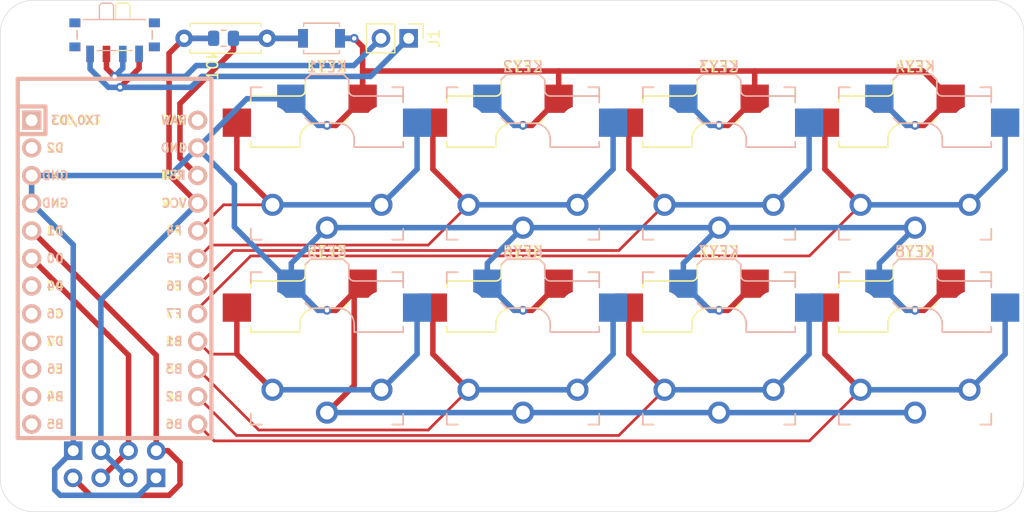
<source format=kicad_pcb>
(kicad_pcb (version 20171130) (host pcbnew 5.1.8)

  (general
    (thickness 1.6)
    (drawings 8)
    (tracks 191)
    (zones 0)
    (modules 23)
    (nets 27)
  )

  (page A4)
  (layers
    (0 F.Cu signal)
    (31 B.Cu signal)
    (32 B.Adhes user hide)
    (33 F.Adhes user hide)
    (34 B.Paste user hide)
    (35 F.Paste user hide)
    (36 B.SilkS user)
    (37 F.SilkS user)
    (38 B.Mask user hide)
    (39 F.Mask user hide)
    (40 Dwgs.User user)
    (41 Cmts.User user)
    (42 Eco1.User user hide)
    (43 Eco2.User user hide)
    (44 Edge.Cuts user)
    (45 Margin user hide)
    (46 B.CrtYd user)
    (47 F.CrtYd user)
    (48 B.Fab user hide)
    (49 F.Fab user hide)
  )

  (setup
    (last_trace_width 0.508)
    (user_trace_width 0.254)
    (user_trace_width 0.508)
    (trace_clearance 0.2)
    (zone_clearance 0.508)
    (zone_45_only yes)
    (trace_min 0.2)
    (via_size 0.8)
    (via_drill 0.4)
    (via_min_size 0.4)
    (via_min_drill 0.3)
    (uvia_size 0.3)
    (uvia_drill 0.1)
    (uvias_allowed no)
    (uvia_min_size 0.2)
    (uvia_min_drill 0.1)
    (edge_width 0.05)
    (segment_width 0.2)
    (pcb_text_width 0.3)
    (pcb_text_size 1.5 1.5)
    (mod_edge_width 0.12)
    (mod_text_size 1 1)
    (mod_text_width 0.15)
    (pad_size 1 4.4)
    (pad_drill 0.6)
    (pad_to_mask_clearance 0)
    (aux_axis_origin 0 0)
    (visible_elements FFFFFF7F)
    (pcbplotparams
      (layerselection 0x010f0_ffffffff)
      (usegerberextensions false)
      (usegerberattributes true)
      (usegerberadvancedattributes true)
      (creategerberjobfile false)
      (excludeedgelayer true)
      (linewidth 0.100000)
      (plotframeref false)
      (viasonmask false)
      (mode 1)
      (useauxorigin false)
      (hpglpennumber 1)
      (hpglpenspeed 20)
      (hpglpendiameter 15.000000)
      (psnegative false)
      (psa4output false)
      (plotreference false)
      (plotvalue false)
      (plotinvisibletext false)
      (padsonsilk false)
      (subtractmaskfromsilk false)
      (outputformat 1)
      (mirror false)
      (drillshape 0)
      (scaleselection 1)
      (outputdirectory "gerber/"))
  )

  (net 0 "")
  (net 1 GND)
  (net 2 R1C1)
  (net 3 R1C2)
  (net 4 R1C3)
  (net 5 R1C4)
  (net 6 R2C1)
  (net 7 R2C2)
  (net 8 R2C3)
  (net 9 R2C4)
  (net 10 "Net-(PUSH1-Pad1)")
  (net 11 "Net-(U1-Pad24)")
  (net 12 "Net-(U1-Pad12)")
  (net 13 "Net-(U1-Pad11)")
  (net 14 "Net-(U1-Pad2)")
  (net 15 "Net-(U1-Pad1)")
  (net 16 VCC)
  (net 17 "Net-(J1-Pad2)")
  (net 18 "Net-(J1-Pad1)")
  (net 19 "Net-(SW1-Pad3)")
  (net 20 "Net-(SW2-Pad3)")
  (net 21 "Net-(U1-Pad10)")
  (net 22 "Net-(U1-Pad9)")
  (net 23 "Net-(U1-Pad8)")
  (net 24 "Net-(U1-Pad7)")
  (net 25 SDA)
  (net 26 SCL)

  (net_class Default "This is the default net class."
    (clearance 0.2)
    (trace_width 0.25)
    (via_dia 0.8)
    (via_drill 0.4)
    (uvia_dia 0.3)
    (uvia_drill 0.1)
    (add_net GND)
    (add_net "Net-(J1-Pad1)")
    (add_net "Net-(J1-Pad2)")
    (add_net "Net-(PUSH1-Pad1)")
    (add_net "Net-(SW1-Pad3)")
    (add_net "Net-(SW2-Pad3)")
    (add_net "Net-(U1-Pad1)")
    (add_net "Net-(U1-Pad10)")
    (add_net "Net-(U1-Pad11)")
    (add_net "Net-(U1-Pad12)")
    (add_net "Net-(U1-Pad2)")
    (add_net "Net-(U1-Pad24)")
    (add_net "Net-(U1-Pad7)")
    (add_net "Net-(U1-Pad8)")
    (add_net "Net-(U1-Pad9)")
    (add_net R1C1)
    (add_net R1C2)
    (add_net R1C3)
    (add_net R1C4)
    (add_net R2C1)
    (add_net R2C2)
    (add_net R2C3)
    (add_net R2C4)
    (add_net SCL)
    (add_net SDA)
    (add_net VCC)
  )

  (module keyswitches:Kailh_socket_PG1350_optional_reversible (layer F.Cu) (tedit 5DD50FEF) (tstamp 5FA7AD67)
    (at 133 35)
    (descr "Kailh \"Choc\" PG1350 keyswitch with optional socket mount, reversible")
    (tags kailh,choc)
    (path /5FAE3778)
    (fp_text reference KEY3 (at 0 -8.89) (layer F.SilkS)
      (effects (font (size 1 1) (thickness 0.15)))
    )
    (fp_text value SW_Push (at 0 8.255) (layer F.Fab)
      (effects (font (size 1 1) (thickness 0.15)))
    )
    (fp_text user %V (at 0 8.255) (layer B.Fab)
      (effects (font (size 1 1) (thickness 0.15)) (justify mirror))
    )
    (fp_text user %R (at 0 -8.89) (layer B.SilkS)
      (effects (font (size 1 1) (thickness 0.15)) (justify mirror))
    )
    (fp_text user %R (at -2.25 -4.75) (layer F.Fab)
      (effects (font (size 1 1) (thickness 0.15)))
    )
    (fp_arc (start -2.5 -6.7) (end -2 -6.7) (angle 90) (layer F.Fab) (width 0.15))
    (fp_arc (start -1 -2.2) (end -2.5 -2.2) (angle 90) (layer F.Fab) (width 0.15))
    (fp_text user %R (at 3 -5 180) (layer B.Fab)
      (effects (font (size 1 1) (thickness 0.15)) (justify mirror))
    )
    (fp_arc (start 2.5 -6.7) (end 2 -6.7) (angle -90) (layer B.Fab) (width 0.15))
    (fp_arc (start 1 -2.2) (end 2.5 -2.2) (angle -90) (layer B.Fab) (width 0.15))
    (fp_arc (start -1 -2.2) (end -2.5 -2.2) (angle 90) (layer F.SilkS) (width 0.15))
    (fp_arc (start -2.5 -6.7) (end -2 -6.7) (angle 90) (layer F.SilkS) (width 0.15))
    (fp_arc (start 1 -2.2) (end 2.5 -2.2) (angle -90) (layer B.SilkS) (width 0.15))
    (fp_arc (start 2.5 -6.7) (end 2 -6.7) (angle -90) (layer B.SilkS) (width 0.15))
    (fp_line (start -2.6 -3.1) (end 2.6 -3.1) (layer Eco2.User) (width 0.15))
    (fp_line (start 2.6 -3.1) (end 2.6 -6.3) (layer Eco2.User) (width 0.15))
    (fp_line (start 2.6 -6.3) (end -2.6 -6.3) (layer Eco2.User) (width 0.15))
    (fp_line (start -2.6 -3.1) (end -2.6 -6.3) (layer Eco2.User) (width 0.15))
    (fp_line (start -7 -6) (end -7 -7) (layer F.SilkS) (width 0.15))
    (fp_line (start -7 -7) (end -6 -7) (layer F.SilkS) (width 0.15))
    (fp_line (start -6 7) (end -7 7) (layer F.SilkS) (width 0.15))
    (fp_line (start -7 7) (end -7 6) (layer F.SilkS) (width 0.15))
    (fp_line (start 7 6) (end 7 7) (layer F.SilkS) (width 0.15))
    (fp_line (start 7 7) (end 6 7) (layer F.SilkS) (width 0.15))
    (fp_line (start 6 -7) (end 7 -7) (layer F.SilkS) (width 0.15))
    (fp_line (start 7 -7) (end 7 -6) (layer F.SilkS) (width 0.15))
    (fp_line (start -6.9 6.9) (end 6.9 6.9) (layer Eco2.User) (width 0.15))
    (fp_line (start 6.9 -6.9) (end -6.9 -6.9) (layer Eco2.User) (width 0.15))
    (fp_line (start 6.9 -6.9) (end 6.9 6.9) (layer Eco2.User) (width 0.15))
    (fp_line (start -6.9 6.9) (end -6.9 -6.9) (layer Eco2.User) (width 0.15))
    (fp_line (start -7.5 -7.5) (end 7.5 -7.5) (layer B.Fab) (width 0.15))
    (fp_line (start 7.5 -7.5) (end 7.5 7.5) (layer B.Fab) (width 0.15))
    (fp_line (start 7.5 7.5) (end -7.5 7.5) (layer B.Fab) (width 0.15))
    (fp_line (start -7.5 7.5) (end -7.5 -7.5) (layer B.Fab) (width 0.15))
    (fp_line (start -6 7) (end -7 7) (layer B.SilkS) (width 0.15))
    (fp_line (start -7 7) (end -7 6) (layer B.SilkS) (width 0.15))
    (fp_line (start 7 7) (end 6 7) (layer B.SilkS) (width 0.15))
    (fp_line (start 7 6) (end 7 7) (layer B.SilkS) (width 0.15))
    (fp_line (start 6 -7) (end 7 -7) (layer B.SilkS) (width 0.15))
    (fp_line (start 7 -7) (end 7 -6) (layer B.SilkS) (width 0.15))
    (fp_line (start -7 -6) (end -7 -7) (layer B.SilkS) (width 0.15))
    (fp_line (start -7 -7) (end -6 -7) (layer B.SilkS) (width 0.15))
    (fp_line (start 7 -1.5) (end 7 -2) (layer B.SilkS) (width 0.15))
    (fp_line (start -1.5 -8.2) (end 1.5 -8.2) (layer B.SilkS) (width 0.15))
    (fp_line (start -2 -7.7) (end -1.5 -8.2) (layer B.SilkS) (width 0.15))
    (fp_line (start -1.5 -3.7) (end 1 -3.7) (layer B.SilkS) (width 0.15))
    (fp_line (start 7 -5.6) (end 7 -6.2) (layer B.SilkS) (width 0.15))
    (fp_line (start -2 -4.2) (end -1.5 -3.7) (layer B.SilkS) (width 0.15))
    (fp_line (start 7 -6.2) (end 2.5 -6.2) (layer B.SilkS) (width 0.15))
    (fp_line (start 2 -6.7) (end 2 -7.7) (layer B.SilkS) (width 0.15))
    (fp_line (start 1.5 -8.2) (end 2 -7.7) (layer B.SilkS) (width 0.15))
    (fp_line (start 2.5 -1.5) (end 7 -1.5) (layer B.SilkS) (width 0.15))
    (fp_line (start 2.5 -2.2) (end 2.5 -1.5) (layer B.SilkS) (width 0.15))
    (fp_line (start -7 -1.5) (end -7 -2) (layer F.SilkS) (width 0.15))
    (fp_line (start 1.5 -8.2) (end -1.5 -8.2) (layer F.SilkS) (width 0.15))
    (fp_line (start 2 -7.7) (end 1.5 -8.2) (layer F.SilkS) (width 0.15))
    (fp_line (start 1.5 -3.7) (end -1 -3.7) (layer F.SilkS) (width 0.15))
    (fp_line (start -7 -5.6) (end -7 -6.2) (layer F.SilkS) (width 0.15))
    (fp_line (start 2 -4.2) (end 1.5 -3.7) (layer F.SilkS) (width 0.15))
    (fp_line (start -7 -6.2) (end -2.5 -6.2) (layer F.SilkS) (width 0.15))
    (fp_line (start -2 -6.7) (end -2 -7.7) (layer F.SilkS) (width 0.15))
    (fp_line (start -1.5 -8.2) (end -2 -7.7) (layer F.SilkS) (width 0.15))
    (fp_line (start -2.5 -1.5) (end -7 -1.5) (layer F.SilkS) (width 0.15))
    (fp_line (start -2.5 -2.2) (end -2.5 -1.5) (layer F.SilkS) (width 0.15))
    (fp_line (start 9.5 -2.5) (end 7 -2.5) (layer B.Fab) (width 0.12))
    (fp_line (start -2 -4.75) (end -4.5 -4.75) (layer B.Fab) (width 0.12))
    (fp_line (start -4.5 -4.75) (end -4.5 -7.25) (layer B.Fab) (width 0.12))
    (fp_line (start -4.5 -7.25) (end -2 -7.25) (layer B.Fab) (width 0.12))
    (fp_line (start 9.5 -5) (end 9.5 -2.5) (layer B.Fab) (width 0.12))
    (fp_line (start -2 -4.25) (end -2 -7.7) (layer B.Fab) (width 0.12))
    (fp_line (start 2.5 -2.2) (end 2.5 -1.5) (layer B.Fab) (width 0.15))
    (fp_line (start 2.5 -1.5) (end 7 -1.5) (layer B.Fab) (width 0.15))
    (fp_line (start 1.5 -8.2) (end 2 -7.7) (layer B.Fab) (width 0.15))
    (fp_line (start 2 -6.7) (end 2 -7.7) (layer B.Fab) (width 0.15))
    (fp_line (start 7 -6.2) (end 2.5 -6.2) (layer B.Fab) (width 0.15))
    (fp_line (start -2 -4.2) (end -1.5 -3.7) (layer B.Fab) (width 0.15))
    (fp_line (start -1.5 -3.7) (end 1 -3.7) (layer B.Fab) (width 0.15))
    (fp_line (start -2 -7.7) (end -1.5 -8.2) (layer B.Fab) (width 0.15))
    (fp_line (start -1.5 -8.2) (end 1.5 -8.2) (layer B.Fab) (width 0.15))
    (fp_line (start 7 -1.5) (end 7 -6.2) (layer B.Fab) (width 0.12))
    (fp_line (start 7 -5) (end 9.5 -5) (layer B.Fab) (width 0.12))
    (fp_line (start -9.5 -2.5) (end -7 -2.5) (layer F.Fab) (width 0.12))
    (fp_line (start 2 -4.75) (end 4.5 -4.75) (layer F.Fab) (width 0.12))
    (fp_line (start 4.5 -4.75) (end 4.5 -7.25) (layer F.Fab) (width 0.12))
    (fp_line (start 4.5 -7.25) (end 2 -7.25) (layer F.Fab) (width 0.12))
    (fp_line (start -9.5 -5) (end -9.5 -2.5) (layer F.Fab) (width 0.12))
    (fp_line (start 2 -4.25) (end 2 -7.7) (layer F.Fab) (width 0.12))
    (fp_line (start -2.5 -2.2) (end -2.5 -1.5) (layer F.Fab) (width 0.15))
    (fp_line (start -2.5 -1.5) (end -7 -1.5) (layer F.Fab) (width 0.15))
    (fp_line (start -1.5 -8.2) (end -2 -7.7) (layer F.Fab) (width 0.15))
    (fp_line (start -2 -6.7) (end -2 -7.7) (layer F.Fab) (width 0.15))
    (fp_line (start -7 -6.2) (end -2.5 -6.2) (layer F.Fab) (width 0.15))
    (fp_line (start 2 -4.2) (end 1.5 -3.7) (layer F.Fab) (width 0.15))
    (fp_line (start 1.5 -3.7) (end -1 -3.7) (layer F.Fab) (width 0.15))
    (fp_line (start 2 -7.7) (end 1.5 -8.2) (layer F.Fab) (width 0.15))
    (fp_line (start 1.5 -8.2) (end -1.5 -8.2) (layer F.Fab) (width 0.15))
    (fp_line (start -7 -1.5) (end -7 -6.2) (layer F.Fab) (width 0.12))
    (fp_line (start -7 -5) (end -9.5 -5) (layer F.Fab) (width 0.12))
    (fp_line (start -7.5 -7.5) (end 7.5 -7.5) (layer F.Fab) (width 0.15))
    (fp_line (start 7.5 -7.5) (end 7.5 7.5) (layer F.Fab) (width 0.15))
    (fp_line (start 7.5 7.5) (end -7.5 7.5) (layer F.Fab) (width 0.15))
    (fp_line (start -7.5 7.5) (end -7.5 -7.5) (layer F.Fab) (width 0.15))
    (pad "" np_thru_hole circle (at -5.5 0) (size 1.7018 1.7018) (drill 1.7018) (layers *.Cu *.Mask))
    (pad "" np_thru_hole circle (at 5.5 0) (size 1.7018 1.7018) (drill 1.7018) (layers *.Cu *.Mask))
    (pad 1 smd rect (at 3.275 -5.95) (size 2.6 2.6) (layers F.Cu F.Paste F.Mask)
      (net 1 GND))
    (pad "" np_thru_hole circle (at -5 -3.75) (size 3 3) (drill 3) (layers *.Cu *.Mask))
    (pad "" np_thru_hole circle (at 0 0) (size 3.429 3.429) (drill 3.429) (layers *.Cu *.Mask))
    (pad 2 thru_hole circle (at 5 3.8) (size 2.032 2.032) (drill 1.27) (layers *.Cu *.Mask)
      (net 4 R1C3))
    (pad 1 thru_hole circle (at 0 5.9) (size 2.032 2.032) (drill 1.27) (layers *.Cu *.Mask)
      (net 1 GND))
    (pad "" np_thru_hole circle (at 0 -5.95) (size 3 3) (drill 3) (layers *.Cu *.Mask))
    (pad 2 smd rect (at -8.275 -3.75) (size 2.6 2.6) (layers F.Cu F.Paste F.Mask)
      (net 4 R1C3))
    (pad "" np_thru_hole circle (at 5 -3.75) (size 3 3) (drill 3) (layers *.Cu *.Mask))
    (pad 1 smd rect (at -3.275 -5.95) (size 2.6 2.6) (layers B.Cu B.Paste B.Mask)
      (net 1 GND))
    (pad 2 smd rect (at 8.275 -3.75) (size 2.6 2.6) (layers B.Cu B.Paste B.Mask)
      (net 4 R1C3))
    (pad 2 thru_hole circle (at -5 3.8) (size 2.032 2.032) (drill 1.27) (layers *.Cu *.Mask)
      (net 4 R1C3))
  )

  (module keyswitches:Kailh_socket_PG1350_optional_reversible (layer F.Cu) (tedit 5DD50FEF) (tstamp 5FA7AEA2)
    (at 151 52)
    (descr "Kailh \"Choc\" PG1350 keyswitch with optional socket mount, reversible")
    (tags kailh,choc)
    (path /5FAE5771)
    (fp_text reference KEY8 (at 0 -8.89) (layer F.SilkS)
      (effects (font (size 1 1) (thickness 0.15)))
    )
    (fp_text value SW_Push (at 0 8.255) (layer F.Fab)
      (effects (font (size 1 1) (thickness 0.15)))
    )
    (fp_text user %V (at 0 8.255) (layer B.Fab)
      (effects (font (size 1 1) (thickness 0.15)) (justify mirror))
    )
    (fp_text user %R (at 0 -8.89) (layer B.SilkS)
      (effects (font (size 1 1) (thickness 0.15)) (justify mirror))
    )
    (fp_text user %R (at -2.25 -4.75) (layer F.Fab)
      (effects (font (size 1 1) (thickness 0.15)))
    )
    (fp_arc (start -2.5 -6.7) (end -2 -6.7) (angle 90) (layer F.Fab) (width 0.15))
    (fp_arc (start -1 -2.2) (end -2.5 -2.2) (angle 90) (layer F.Fab) (width 0.15))
    (fp_text user %R (at 3 -5 180) (layer B.Fab)
      (effects (font (size 1 1) (thickness 0.15)) (justify mirror))
    )
    (fp_arc (start 2.5 -6.7) (end 2 -6.7) (angle -90) (layer B.Fab) (width 0.15))
    (fp_arc (start 1 -2.2) (end 2.5 -2.2) (angle -90) (layer B.Fab) (width 0.15))
    (fp_arc (start -1 -2.2) (end -2.5 -2.2) (angle 90) (layer F.SilkS) (width 0.15))
    (fp_arc (start -2.5 -6.7) (end -2 -6.7) (angle 90) (layer F.SilkS) (width 0.15))
    (fp_arc (start 1 -2.2) (end 2.5 -2.2) (angle -90) (layer B.SilkS) (width 0.15))
    (fp_arc (start 2.5 -6.7) (end 2 -6.7) (angle -90) (layer B.SilkS) (width 0.15))
    (fp_line (start -2.6 -3.1) (end 2.6 -3.1) (layer Eco2.User) (width 0.15))
    (fp_line (start 2.6 -3.1) (end 2.6 -6.3) (layer Eco2.User) (width 0.15))
    (fp_line (start 2.6 -6.3) (end -2.6 -6.3) (layer Eco2.User) (width 0.15))
    (fp_line (start -2.6 -3.1) (end -2.6 -6.3) (layer Eco2.User) (width 0.15))
    (fp_line (start -7 -6) (end -7 -7) (layer F.SilkS) (width 0.15))
    (fp_line (start -7 -7) (end -6 -7) (layer F.SilkS) (width 0.15))
    (fp_line (start -6 7) (end -7 7) (layer F.SilkS) (width 0.15))
    (fp_line (start -7 7) (end -7 6) (layer F.SilkS) (width 0.15))
    (fp_line (start 7 6) (end 7 7) (layer F.SilkS) (width 0.15))
    (fp_line (start 7 7) (end 6 7) (layer F.SilkS) (width 0.15))
    (fp_line (start 6 -7) (end 7 -7) (layer F.SilkS) (width 0.15))
    (fp_line (start 7 -7) (end 7 -6) (layer F.SilkS) (width 0.15))
    (fp_line (start -6.9 6.9) (end 6.9 6.9) (layer Eco2.User) (width 0.15))
    (fp_line (start 6.9 -6.9) (end -6.9 -6.9) (layer Eco2.User) (width 0.15))
    (fp_line (start 6.9 -6.9) (end 6.9 6.9) (layer Eco2.User) (width 0.15))
    (fp_line (start -6.9 6.9) (end -6.9 -6.9) (layer Eco2.User) (width 0.15))
    (fp_line (start -7.5 -7.5) (end 7.5 -7.5) (layer B.Fab) (width 0.15))
    (fp_line (start 7.5 -7.5) (end 7.5 7.5) (layer B.Fab) (width 0.15))
    (fp_line (start 7.5 7.5) (end -7.5 7.5) (layer B.Fab) (width 0.15))
    (fp_line (start -7.5 7.5) (end -7.5 -7.5) (layer B.Fab) (width 0.15))
    (fp_line (start -6 7) (end -7 7) (layer B.SilkS) (width 0.15))
    (fp_line (start -7 7) (end -7 6) (layer B.SilkS) (width 0.15))
    (fp_line (start 7 7) (end 6 7) (layer B.SilkS) (width 0.15))
    (fp_line (start 7 6) (end 7 7) (layer B.SilkS) (width 0.15))
    (fp_line (start 6 -7) (end 7 -7) (layer B.SilkS) (width 0.15))
    (fp_line (start 7 -7) (end 7 -6) (layer B.SilkS) (width 0.15))
    (fp_line (start -7 -6) (end -7 -7) (layer B.SilkS) (width 0.15))
    (fp_line (start -7 -7) (end -6 -7) (layer B.SilkS) (width 0.15))
    (fp_line (start 7 -1.5) (end 7 -2) (layer B.SilkS) (width 0.15))
    (fp_line (start -1.5 -8.2) (end 1.5 -8.2) (layer B.SilkS) (width 0.15))
    (fp_line (start -2 -7.7) (end -1.5 -8.2) (layer B.SilkS) (width 0.15))
    (fp_line (start -1.5 -3.7) (end 1 -3.7) (layer B.SilkS) (width 0.15))
    (fp_line (start 7 -5.6) (end 7 -6.2) (layer B.SilkS) (width 0.15))
    (fp_line (start -2 -4.2) (end -1.5 -3.7) (layer B.SilkS) (width 0.15))
    (fp_line (start 7 -6.2) (end 2.5 -6.2) (layer B.SilkS) (width 0.15))
    (fp_line (start 2 -6.7) (end 2 -7.7) (layer B.SilkS) (width 0.15))
    (fp_line (start 1.5 -8.2) (end 2 -7.7) (layer B.SilkS) (width 0.15))
    (fp_line (start 2.5 -1.5) (end 7 -1.5) (layer B.SilkS) (width 0.15))
    (fp_line (start 2.5 -2.2) (end 2.5 -1.5) (layer B.SilkS) (width 0.15))
    (fp_line (start -7 -1.5) (end -7 -2) (layer F.SilkS) (width 0.15))
    (fp_line (start 1.5 -8.2) (end -1.5 -8.2) (layer F.SilkS) (width 0.15))
    (fp_line (start 2 -7.7) (end 1.5 -8.2) (layer F.SilkS) (width 0.15))
    (fp_line (start 1.5 -3.7) (end -1 -3.7) (layer F.SilkS) (width 0.15))
    (fp_line (start -7 -5.6) (end -7 -6.2) (layer F.SilkS) (width 0.15))
    (fp_line (start 2 -4.2) (end 1.5 -3.7) (layer F.SilkS) (width 0.15))
    (fp_line (start -7 -6.2) (end -2.5 -6.2) (layer F.SilkS) (width 0.15))
    (fp_line (start -2 -6.7) (end -2 -7.7) (layer F.SilkS) (width 0.15))
    (fp_line (start -1.5 -8.2) (end -2 -7.7) (layer F.SilkS) (width 0.15))
    (fp_line (start -2.5 -1.5) (end -7 -1.5) (layer F.SilkS) (width 0.15))
    (fp_line (start -2.5 -2.2) (end -2.5 -1.5) (layer F.SilkS) (width 0.15))
    (fp_line (start 9.5 -2.5) (end 7 -2.5) (layer B.Fab) (width 0.12))
    (fp_line (start -2 -4.75) (end -4.5 -4.75) (layer B.Fab) (width 0.12))
    (fp_line (start -4.5 -4.75) (end -4.5 -7.25) (layer B.Fab) (width 0.12))
    (fp_line (start -4.5 -7.25) (end -2 -7.25) (layer B.Fab) (width 0.12))
    (fp_line (start 9.5 -5) (end 9.5 -2.5) (layer B.Fab) (width 0.12))
    (fp_line (start -2 -4.25) (end -2 -7.7) (layer B.Fab) (width 0.12))
    (fp_line (start 2.5 -2.2) (end 2.5 -1.5) (layer B.Fab) (width 0.15))
    (fp_line (start 2.5 -1.5) (end 7 -1.5) (layer B.Fab) (width 0.15))
    (fp_line (start 1.5 -8.2) (end 2 -7.7) (layer B.Fab) (width 0.15))
    (fp_line (start 2 -6.7) (end 2 -7.7) (layer B.Fab) (width 0.15))
    (fp_line (start 7 -6.2) (end 2.5 -6.2) (layer B.Fab) (width 0.15))
    (fp_line (start -2 -4.2) (end -1.5 -3.7) (layer B.Fab) (width 0.15))
    (fp_line (start -1.5 -3.7) (end 1 -3.7) (layer B.Fab) (width 0.15))
    (fp_line (start -2 -7.7) (end -1.5 -8.2) (layer B.Fab) (width 0.15))
    (fp_line (start -1.5 -8.2) (end 1.5 -8.2) (layer B.Fab) (width 0.15))
    (fp_line (start 7 -1.5) (end 7 -6.2) (layer B.Fab) (width 0.12))
    (fp_line (start 7 -5) (end 9.5 -5) (layer B.Fab) (width 0.12))
    (fp_line (start -9.5 -2.5) (end -7 -2.5) (layer F.Fab) (width 0.12))
    (fp_line (start 2 -4.75) (end 4.5 -4.75) (layer F.Fab) (width 0.12))
    (fp_line (start 4.5 -4.75) (end 4.5 -7.25) (layer F.Fab) (width 0.12))
    (fp_line (start 4.5 -7.25) (end 2 -7.25) (layer F.Fab) (width 0.12))
    (fp_line (start -9.5 -5) (end -9.5 -2.5) (layer F.Fab) (width 0.12))
    (fp_line (start 2 -4.25) (end 2 -7.7) (layer F.Fab) (width 0.12))
    (fp_line (start -2.5 -2.2) (end -2.5 -1.5) (layer F.Fab) (width 0.15))
    (fp_line (start -2.5 -1.5) (end -7 -1.5) (layer F.Fab) (width 0.15))
    (fp_line (start -1.5 -8.2) (end -2 -7.7) (layer F.Fab) (width 0.15))
    (fp_line (start -2 -6.7) (end -2 -7.7) (layer F.Fab) (width 0.15))
    (fp_line (start -7 -6.2) (end -2.5 -6.2) (layer F.Fab) (width 0.15))
    (fp_line (start 2 -4.2) (end 1.5 -3.7) (layer F.Fab) (width 0.15))
    (fp_line (start 1.5 -3.7) (end -1 -3.7) (layer F.Fab) (width 0.15))
    (fp_line (start 2 -7.7) (end 1.5 -8.2) (layer F.Fab) (width 0.15))
    (fp_line (start 1.5 -8.2) (end -1.5 -8.2) (layer F.Fab) (width 0.15))
    (fp_line (start -7 -1.5) (end -7 -6.2) (layer F.Fab) (width 0.12))
    (fp_line (start -7 -5) (end -9.5 -5) (layer F.Fab) (width 0.12))
    (fp_line (start -7.5 -7.5) (end 7.5 -7.5) (layer F.Fab) (width 0.15))
    (fp_line (start 7.5 -7.5) (end 7.5 7.5) (layer F.Fab) (width 0.15))
    (fp_line (start 7.5 7.5) (end -7.5 7.5) (layer F.Fab) (width 0.15))
    (fp_line (start -7.5 7.5) (end -7.5 -7.5) (layer F.Fab) (width 0.15))
    (pad "" np_thru_hole circle (at -5.5 0) (size 1.7018 1.7018) (drill 1.7018) (layers *.Cu *.Mask))
    (pad "" np_thru_hole circle (at 5.5 0) (size 1.7018 1.7018) (drill 1.7018) (layers *.Cu *.Mask))
    (pad 1 smd rect (at 3.275 -5.95) (size 2.6 2.6) (layers F.Cu F.Paste F.Mask)
      (net 1 GND))
    (pad "" np_thru_hole circle (at -5 -3.75) (size 3 3) (drill 3) (layers *.Cu *.Mask))
    (pad "" np_thru_hole circle (at 0 0) (size 3.429 3.429) (drill 3.429) (layers *.Cu *.Mask))
    (pad 2 thru_hole circle (at 5 3.8) (size 2.032 2.032) (drill 1.27) (layers *.Cu *.Mask)
      (net 9 R2C4))
    (pad 1 thru_hole circle (at 0 5.9) (size 2.032 2.032) (drill 1.27) (layers *.Cu *.Mask)
      (net 1 GND))
    (pad "" np_thru_hole circle (at 0 -5.95) (size 3 3) (drill 3) (layers *.Cu *.Mask))
    (pad 2 smd rect (at -8.275 -3.75) (size 2.6 2.6) (layers F.Cu F.Paste F.Mask)
      (net 9 R2C4))
    (pad "" np_thru_hole circle (at 5 -3.75) (size 3 3) (drill 3) (layers *.Cu *.Mask))
    (pad 1 smd rect (at -3.275 -5.95) (size 2.6 2.6) (layers B.Cu B.Paste B.Mask)
      (net 1 GND))
    (pad 2 smd rect (at 8.275 -3.75) (size 2.6 2.6) (layers B.Cu B.Paste B.Mask)
      (net 9 R2C4))
    (pad 2 thru_hole circle (at -5 3.8) (size 2.032 2.032) (drill 1.27) (layers *.Cu *.Mask)
      (net 9 R2C4))
  )

  (module keyswitches:Kailh_socket_PG1350_optional_reversible (layer F.Cu) (tedit 5DD50FEF) (tstamp 5FA7AE75)
    (at 133 52)
    (descr "Kailh \"Choc\" PG1350 keyswitch with optional socket mount, reversible")
    (tags kailh,choc)
    (path /5FAE377E)
    (fp_text reference KEY7 (at 0 -8.89) (layer F.SilkS)
      (effects (font (size 1 1) (thickness 0.15)))
    )
    (fp_text value SW_Push (at 0 8.255) (layer F.Fab)
      (effects (font (size 1 1) (thickness 0.15)))
    )
    (fp_text user %V (at 0 8.255) (layer B.Fab)
      (effects (font (size 1 1) (thickness 0.15)) (justify mirror))
    )
    (fp_text user %R (at 0 -8.89) (layer B.SilkS)
      (effects (font (size 1 1) (thickness 0.15)) (justify mirror))
    )
    (fp_text user %R (at -2.25 -4.75) (layer F.Fab)
      (effects (font (size 1 1) (thickness 0.15)))
    )
    (fp_arc (start -2.5 -6.7) (end -2 -6.7) (angle 90) (layer F.Fab) (width 0.15))
    (fp_arc (start -1 -2.2) (end -2.5 -2.2) (angle 90) (layer F.Fab) (width 0.15))
    (fp_text user %R (at 3 -5 180) (layer B.Fab)
      (effects (font (size 1 1) (thickness 0.15)) (justify mirror))
    )
    (fp_arc (start 2.5 -6.7) (end 2 -6.7) (angle -90) (layer B.Fab) (width 0.15))
    (fp_arc (start 1 -2.2) (end 2.5 -2.2) (angle -90) (layer B.Fab) (width 0.15))
    (fp_arc (start -1 -2.2) (end -2.5 -2.2) (angle 90) (layer F.SilkS) (width 0.15))
    (fp_arc (start -2.5 -6.7) (end -2 -6.7) (angle 90) (layer F.SilkS) (width 0.15))
    (fp_arc (start 1 -2.2) (end 2.5 -2.2) (angle -90) (layer B.SilkS) (width 0.15))
    (fp_arc (start 2.5 -6.7) (end 2 -6.7) (angle -90) (layer B.SilkS) (width 0.15))
    (fp_line (start -2.6 -3.1) (end 2.6 -3.1) (layer Eco2.User) (width 0.15))
    (fp_line (start 2.6 -3.1) (end 2.6 -6.3) (layer Eco2.User) (width 0.15))
    (fp_line (start 2.6 -6.3) (end -2.6 -6.3) (layer Eco2.User) (width 0.15))
    (fp_line (start -2.6 -3.1) (end -2.6 -6.3) (layer Eco2.User) (width 0.15))
    (fp_line (start -7 -6) (end -7 -7) (layer F.SilkS) (width 0.15))
    (fp_line (start -7 -7) (end -6 -7) (layer F.SilkS) (width 0.15))
    (fp_line (start -6 7) (end -7 7) (layer F.SilkS) (width 0.15))
    (fp_line (start -7 7) (end -7 6) (layer F.SilkS) (width 0.15))
    (fp_line (start 7 6) (end 7 7) (layer F.SilkS) (width 0.15))
    (fp_line (start 7 7) (end 6 7) (layer F.SilkS) (width 0.15))
    (fp_line (start 6 -7) (end 7 -7) (layer F.SilkS) (width 0.15))
    (fp_line (start 7 -7) (end 7 -6) (layer F.SilkS) (width 0.15))
    (fp_line (start -6.9 6.9) (end 6.9 6.9) (layer Eco2.User) (width 0.15))
    (fp_line (start 6.9 -6.9) (end -6.9 -6.9) (layer Eco2.User) (width 0.15))
    (fp_line (start 6.9 -6.9) (end 6.9 6.9) (layer Eco2.User) (width 0.15))
    (fp_line (start -6.9 6.9) (end -6.9 -6.9) (layer Eco2.User) (width 0.15))
    (fp_line (start -7.5 -7.5) (end 7.5 -7.5) (layer B.Fab) (width 0.15))
    (fp_line (start 7.5 -7.5) (end 7.5 7.5) (layer B.Fab) (width 0.15))
    (fp_line (start 7.5 7.5) (end -7.5 7.5) (layer B.Fab) (width 0.15))
    (fp_line (start -7.5 7.5) (end -7.5 -7.5) (layer B.Fab) (width 0.15))
    (fp_line (start -6 7) (end -7 7) (layer B.SilkS) (width 0.15))
    (fp_line (start -7 7) (end -7 6) (layer B.SilkS) (width 0.15))
    (fp_line (start 7 7) (end 6 7) (layer B.SilkS) (width 0.15))
    (fp_line (start 7 6) (end 7 7) (layer B.SilkS) (width 0.15))
    (fp_line (start 6 -7) (end 7 -7) (layer B.SilkS) (width 0.15))
    (fp_line (start 7 -7) (end 7 -6) (layer B.SilkS) (width 0.15))
    (fp_line (start -7 -6) (end -7 -7) (layer B.SilkS) (width 0.15))
    (fp_line (start -7 -7) (end -6 -7) (layer B.SilkS) (width 0.15))
    (fp_line (start 7 -1.5) (end 7 -2) (layer B.SilkS) (width 0.15))
    (fp_line (start -1.5 -8.2) (end 1.5 -8.2) (layer B.SilkS) (width 0.15))
    (fp_line (start -2 -7.7) (end -1.5 -8.2) (layer B.SilkS) (width 0.15))
    (fp_line (start -1.5 -3.7) (end 1 -3.7) (layer B.SilkS) (width 0.15))
    (fp_line (start 7 -5.6) (end 7 -6.2) (layer B.SilkS) (width 0.15))
    (fp_line (start -2 -4.2) (end -1.5 -3.7) (layer B.SilkS) (width 0.15))
    (fp_line (start 7 -6.2) (end 2.5 -6.2) (layer B.SilkS) (width 0.15))
    (fp_line (start 2 -6.7) (end 2 -7.7) (layer B.SilkS) (width 0.15))
    (fp_line (start 1.5 -8.2) (end 2 -7.7) (layer B.SilkS) (width 0.15))
    (fp_line (start 2.5 -1.5) (end 7 -1.5) (layer B.SilkS) (width 0.15))
    (fp_line (start 2.5 -2.2) (end 2.5 -1.5) (layer B.SilkS) (width 0.15))
    (fp_line (start -7 -1.5) (end -7 -2) (layer F.SilkS) (width 0.15))
    (fp_line (start 1.5 -8.2) (end -1.5 -8.2) (layer F.SilkS) (width 0.15))
    (fp_line (start 2 -7.7) (end 1.5 -8.2) (layer F.SilkS) (width 0.15))
    (fp_line (start 1.5 -3.7) (end -1 -3.7) (layer F.SilkS) (width 0.15))
    (fp_line (start -7 -5.6) (end -7 -6.2) (layer F.SilkS) (width 0.15))
    (fp_line (start 2 -4.2) (end 1.5 -3.7) (layer F.SilkS) (width 0.15))
    (fp_line (start -7 -6.2) (end -2.5 -6.2) (layer F.SilkS) (width 0.15))
    (fp_line (start -2 -6.7) (end -2 -7.7) (layer F.SilkS) (width 0.15))
    (fp_line (start -1.5 -8.2) (end -2 -7.7) (layer F.SilkS) (width 0.15))
    (fp_line (start -2.5 -1.5) (end -7 -1.5) (layer F.SilkS) (width 0.15))
    (fp_line (start -2.5 -2.2) (end -2.5 -1.5) (layer F.SilkS) (width 0.15))
    (fp_line (start 9.5 -2.5) (end 7 -2.5) (layer B.Fab) (width 0.12))
    (fp_line (start -2 -4.75) (end -4.5 -4.75) (layer B.Fab) (width 0.12))
    (fp_line (start -4.5 -4.75) (end -4.5 -7.25) (layer B.Fab) (width 0.12))
    (fp_line (start -4.5 -7.25) (end -2 -7.25) (layer B.Fab) (width 0.12))
    (fp_line (start 9.5 -5) (end 9.5 -2.5) (layer B.Fab) (width 0.12))
    (fp_line (start -2 -4.25) (end -2 -7.7) (layer B.Fab) (width 0.12))
    (fp_line (start 2.5 -2.2) (end 2.5 -1.5) (layer B.Fab) (width 0.15))
    (fp_line (start 2.5 -1.5) (end 7 -1.5) (layer B.Fab) (width 0.15))
    (fp_line (start 1.5 -8.2) (end 2 -7.7) (layer B.Fab) (width 0.15))
    (fp_line (start 2 -6.7) (end 2 -7.7) (layer B.Fab) (width 0.15))
    (fp_line (start 7 -6.2) (end 2.5 -6.2) (layer B.Fab) (width 0.15))
    (fp_line (start -2 -4.2) (end -1.5 -3.7) (layer B.Fab) (width 0.15))
    (fp_line (start -1.5 -3.7) (end 1 -3.7) (layer B.Fab) (width 0.15))
    (fp_line (start -2 -7.7) (end -1.5 -8.2) (layer B.Fab) (width 0.15))
    (fp_line (start -1.5 -8.2) (end 1.5 -8.2) (layer B.Fab) (width 0.15))
    (fp_line (start 7 -1.5) (end 7 -6.2) (layer B.Fab) (width 0.12))
    (fp_line (start 7 -5) (end 9.5 -5) (layer B.Fab) (width 0.12))
    (fp_line (start -9.5 -2.5) (end -7 -2.5) (layer F.Fab) (width 0.12))
    (fp_line (start 2 -4.75) (end 4.5 -4.75) (layer F.Fab) (width 0.12))
    (fp_line (start 4.5 -4.75) (end 4.5 -7.25) (layer F.Fab) (width 0.12))
    (fp_line (start 4.5 -7.25) (end 2 -7.25) (layer F.Fab) (width 0.12))
    (fp_line (start -9.5 -5) (end -9.5 -2.5) (layer F.Fab) (width 0.12))
    (fp_line (start 2 -4.25) (end 2 -7.7) (layer F.Fab) (width 0.12))
    (fp_line (start -2.5 -2.2) (end -2.5 -1.5) (layer F.Fab) (width 0.15))
    (fp_line (start -2.5 -1.5) (end -7 -1.5) (layer F.Fab) (width 0.15))
    (fp_line (start -1.5 -8.2) (end -2 -7.7) (layer F.Fab) (width 0.15))
    (fp_line (start -2 -6.7) (end -2 -7.7) (layer F.Fab) (width 0.15))
    (fp_line (start -7 -6.2) (end -2.5 -6.2) (layer F.Fab) (width 0.15))
    (fp_line (start 2 -4.2) (end 1.5 -3.7) (layer F.Fab) (width 0.15))
    (fp_line (start 1.5 -3.7) (end -1 -3.7) (layer F.Fab) (width 0.15))
    (fp_line (start 2 -7.7) (end 1.5 -8.2) (layer F.Fab) (width 0.15))
    (fp_line (start 1.5 -8.2) (end -1.5 -8.2) (layer F.Fab) (width 0.15))
    (fp_line (start -7 -1.5) (end -7 -6.2) (layer F.Fab) (width 0.12))
    (fp_line (start -7 -5) (end -9.5 -5) (layer F.Fab) (width 0.12))
    (fp_line (start -7.5 -7.5) (end 7.5 -7.5) (layer F.Fab) (width 0.15))
    (fp_line (start 7.5 -7.5) (end 7.5 7.5) (layer F.Fab) (width 0.15))
    (fp_line (start 7.5 7.5) (end -7.5 7.5) (layer F.Fab) (width 0.15))
    (fp_line (start -7.5 7.5) (end -7.5 -7.5) (layer F.Fab) (width 0.15))
    (pad "" np_thru_hole circle (at -5.5 0) (size 1.7018 1.7018) (drill 1.7018) (layers *.Cu *.Mask))
    (pad "" np_thru_hole circle (at 5.5 0) (size 1.7018 1.7018) (drill 1.7018) (layers *.Cu *.Mask))
    (pad 1 smd rect (at 3.275 -5.95) (size 2.6 2.6) (layers F.Cu F.Paste F.Mask)
      (net 1 GND))
    (pad "" np_thru_hole circle (at -5 -3.75) (size 3 3) (drill 3) (layers *.Cu *.Mask))
    (pad "" np_thru_hole circle (at 0 0) (size 3.429 3.429) (drill 3.429) (layers *.Cu *.Mask))
    (pad 2 thru_hole circle (at 5 3.8) (size 2.032 2.032) (drill 1.27) (layers *.Cu *.Mask)
      (net 8 R2C3))
    (pad 1 thru_hole circle (at 0 5.9) (size 2.032 2.032) (drill 1.27) (layers *.Cu *.Mask)
      (net 1 GND))
    (pad "" np_thru_hole circle (at 0 -5.95) (size 3 3) (drill 3) (layers *.Cu *.Mask))
    (pad 2 smd rect (at -8.275 -3.75) (size 2.6 2.6) (layers F.Cu F.Paste F.Mask)
      (net 8 R2C3))
    (pad "" np_thru_hole circle (at 5 -3.75) (size 3 3) (drill 3) (layers *.Cu *.Mask))
    (pad 1 smd rect (at -3.275 -5.95) (size 2.6 2.6) (layers B.Cu B.Paste B.Mask)
      (net 1 GND))
    (pad 2 smd rect (at 8.275 -3.75) (size 2.6 2.6) (layers B.Cu B.Paste B.Mask)
      (net 8 R2C3))
    (pad 2 thru_hole circle (at -5 3.8) (size 2.032 2.032) (drill 1.27) (layers *.Cu *.Mask)
      (net 8 R2C3))
  )

  (module keyswitches:Kailh_socket_PG1350_optional_reversible (layer F.Cu) (tedit 5DD50FEF) (tstamp 5FA7AE48)
    (at 115 52)
    (descr "Kailh \"Choc\" PG1350 keyswitch with optional socket mount, reversible")
    (tags kailh,choc)
    (path /5FAE06E0)
    (fp_text reference KEY6 (at 0 -8.89) (layer F.SilkS)
      (effects (font (size 1 1) (thickness 0.15)))
    )
    (fp_text value SW_Push (at 0 8.255) (layer F.Fab)
      (effects (font (size 1 1) (thickness 0.15)))
    )
    (fp_text user %V (at 0 8.255) (layer B.Fab)
      (effects (font (size 1 1) (thickness 0.15)) (justify mirror))
    )
    (fp_text user %R (at 0 -8.89) (layer B.SilkS)
      (effects (font (size 1 1) (thickness 0.15)) (justify mirror))
    )
    (fp_text user %R (at -2.25 -4.75) (layer F.Fab)
      (effects (font (size 1 1) (thickness 0.15)))
    )
    (fp_arc (start -2.5 -6.7) (end -2 -6.7) (angle 90) (layer F.Fab) (width 0.15))
    (fp_arc (start -1 -2.2) (end -2.5 -2.2) (angle 90) (layer F.Fab) (width 0.15))
    (fp_text user %R (at 3 -5 180) (layer B.Fab)
      (effects (font (size 1 1) (thickness 0.15)) (justify mirror))
    )
    (fp_arc (start 2.5 -6.7) (end 2 -6.7) (angle -90) (layer B.Fab) (width 0.15))
    (fp_arc (start 1 -2.2) (end 2.5 -2.2) (angle -90) (layer B.Fab) (width 0.15))
    (fp_arc (start -1 -2.2) (end -2.5 -2.2) (angle 90) (layer F.SilkS) (width 0.15))
    (fp_arc (start -2.5 -6.7) (end -2 -6.7) (angle 90) (layer F.SilkS) (width 0.15))
    (fp_arc (start 1 -2.2) (end 2.5 -2.2) (angle -90) (layer B.SilkS) (width 0.15))
    (fp_arc (start 2.5 -6.7) (end 2 -6.7) (angle -90) (layer B.SilkS) (width 0.15))
    (fp_line (start -2.6 -3.1) (end 2.6 -3.1) (layer Eco2.User) (width 0.15))
    (fp_line (start 2.6 -3.1) (end 2.6 -6.3) (layer Eco2.User) (width 0.15))
    (fp_line (start 2.6 -6.3) (end -2.6 -6.3) (layer Eco2.User) (width 0.15))
    (fp_line (start -2.6 -3.1) (end -2.6 -6.3) (layer Eco2.User) (width 0.15))
    (fp_line (start -7 -6) (end -7 -7) (layer F.SilkS) (width 0.15))
    (fp_line (start -7 -7) (end -6 -7) (layer F.SilkS) (width 0.15))
    (fp_line (start -6 7) (end -7 7) (layer F.SilkS) (width 0.15))
    (fp_line (start -7 7) (end -7 6) (layer F.SilkS) (width 0.15))
    (fp_line (start 7 6) (end 7 7) (layer F.SilkS) (width 0.15))
    (fp_line (start 7 7) (end 6 7) (layer F.SilkS) (width 0.15))
    (fp_line (start 6 -7) (end 7 -7) (layer F.SilkS) (width 0.15))
    (fp_line (start 7 -7) (end 7 -6) (layer F.SilkS) (width 0.15))
    (fp_line (start -6.9 6.9) (end 6.9 6.9) (layer Eco2.User) (width 0.15))
    (fp_line (start 6.9 -6.9) (end -6.9 -6.9) (layer Eco2.User) (width 0.15))
    (fp_line (start 6.9 -6.9) (end 6.9 6.9) (layer Eco2.User) (width 0.15))
    (fp_line (start -6.9 6.9) (end -6.9 -6.9) (layer Eco2.User) (width 0.15))
    (fp_line (start -7.5 -7.5) (end 7.5 -7.5) (layer B.Fab) (width 0.15))
    (fp_line (start 7.5 -7.5) (end 7.5 7.5) (layer B.Fab) (width 0.15))
    (fp_line (start 7.5 7.5) (end -7.5 7.5) (layer B.Fab) (width 0.15))
    (fp_line (start -7.5 7.5) (end -7.5 -7.5) (layer B.Fab) (width 0.15))
    (fp_line (start -6 7) (end -7 7) (layer B.SilkS) (width 0.15))
    (fp_line (start -7 7) (end -7 6) (layer B.SilkS) (width 0.15))
    (fp_line (start 7 7) (end 6 7) (layer B.SilkS) (width 0.15))
    (fp_line (start 7 6) (end 7 7) (layer B.SilkS) (width 0.15))
    (fp_line (start 6 -7) (end 7 -7) (layer B.SilkS) (width 0.15))
    (fp_line (start 7 -7) (end 7 -6) (layer B.SilkS) (width 0.15))
    (fp_line (start -7 -6) (end -7 -7) (layer B.SilkS) (width 0.15))
    (fp_line (start -7 -7) (end -6 -7) (layer B.SilkS) (width 0.15))
    (fp_line (start 7 -1.5) (end 7 -2) (layer B.SilkS) (width 0.15))
    (fp_line (start -1.5 -8.2) (end 1.5 -8.2) (layer B.SilkS) (width 0.15))
    (fp_line (start -2 -7.7) (end -1.5 -8.2) (layer B.SilkS) (width 0.15))
    (fp_line (start -1.5 -3.7) (end 1 -3.7) (layer B.SilkS) (width 0.15))
    (fp_line (start 7 -5.6) (end 7 -6.2) (layer B.SilkS) (width 0.15))
    (fp_line (start -2 -4.2) (end -1.5 -3.7) (layer B.SilkS) (width 0.15))
    (fp_line (start 7 -6.2) (end 2.5 -6.2) (layer B.SilkS) (width 0.15))
    (fp_line (start 2 -6.7) (end 2 -7.7) (layer B.SilkS) (width 0.15))
    (fp_line (start 1.5 -8.2) (end 2 -7.7) (layer B.SilkS) (width 0.15))
    (fp_line (start 2.5 -1.5) (end 7 -1.5) (layer B.SilkS) (width 0.15))
    (fp_line (start 2.5 -2.2) (end 2.5 -1.5) (layer B.SilkS) (width 0.15))
    (fp_line (start -7 -1.5) (end -7 -2) (layer F.SilkS) (width 0.15))
    (fp_line (start 1.5 -8.2) (end -1.5 -8.2) (layer F.SilkS) (width 0.15))
    (fp_line (start 2 -7.7) (end 1.5 -8.2) (layer F.SilkS) (width 0.15))
    (fp_line (start 1.5 -3.7) (end -1 -3.7) (layer F.SilkS) (width 0.15))
    (fp_line (start -7 -5.6) (end -7 -6.2) (layer F.SilkS) (width 0.15))
    (fp_line (start 2 -4.2) (end 1.5 -3.7) (layer F.SilkS) (width 0.15))
    (fp_line (start -7 -6.2) (end -2.5 -6.2) (layer F.SilkS) (width 0.15))
    (fp_line (start -2 -6.7) (end -2 -7.7) (layer F.SilkS) (width 0.15))
    (fp_line (start -1.5 -8.2) (end -2 -7.7) (layer F.SilkS) (width 0.15))
    (fp_line (start -2.5 -1.5) (end -7 -1.5) (layer F.SilkS) (width 0.15))
    (fp_line (start -2.5 -2.2) (end -2.5 -1.5) (layer F.SilkS) (width 0.15))
    (fp_line (start 9.5 -2.5) (end 7 -2.5) (layer B.Fab) (width 0.12))
    (fp_line (start -2 -4.75) (end -4.5 -4.75) (layer B.Fab) (width 0.12))
    (fp_line (start -4.5 -4.75) (end -4.5 -7.25) (layer B.Fab) (width 0.12))
    (fp_line (start -4.5 -7.25) (end -2 -7.25) (layer B.Fab) (width 0.12))
    (fp_line (start 9.5 -5) (end 9.5 -2.5) (layer B.Fab) (width 0.12))
    (fp_line (start -2 -4.25) (end -2 -7.7) (layer B.Fab) (width 0.12))
    (fp_line (start 2.5 -2.2) (end 2.5 -1.5) (layer B.Fab) (width 0.15))
    (fp_line (start 2.5 -1.5) (end 7 -1.5) (layer B.Fab) (width 0.15))
    (fp_line (start 1.5 -8.2) (end 2 -7.7) (layer B.Fab) (width 0.15))
    (fp_line (start 2 -6.7) (end 2 -7.7) (layer B.Fab) (width 0.15))
    (fp_line (start 7 -6.2) (end 2.5 -6.2) (layer B.Fab) (width 0.15))
    (fp_line (start -2 -4.2) (end -1.5 -3.7) (layer B.Fab) (width 0.15))
    (fp_line (start -1.5 -3.7) (end 1 -3.7) (layer B.Fab) (width 0.15))
    (fp_line (start -2 -7.7) (end -1.5 -8.2) (layer B.Fab) (width 0.15))
    (fp_line (start -1.5 -8.2) (end 1.5 -8.2) (layer B.Fab) (width 0.15))
    (fp_line (start 7 -1.5) (end 7 -6.2) (layer B.Fab) (width 0.12))
    (fp_line (start 7 -5) (end 9.5 -5) (layer B.Fab) (width 0.12))
    (fp_line (start -9.5 -2.5) (end -7 -2.5) (layer F.Fab) (width 0.12))
    (fp_line (start 2 -4.75) (end 4.5 -4.75) (layer F.Fab) (width 0.12))
    (fp_line (start 4.5 -4.75) (end 4.5 -7.25) (layer F.Fab) (width 0.12))
    (fp_line (start 4.5 -7.25) (end 2 -7.25) (layer F.Fab) (width 0.12))
    (fp_line (start -9.5 -5) (end -9.5 -2.5) (layer F.Fab) (width 0.12))
    (fp_line (start 2 -4.25) (end 2 -7.7) (layer F.Fab) (width 0.12))
    (fp_line (start -2.5 -2.2) (end -2.5 -1.5) (layer F.Fab) (width 0.15))
    (fp_line (start -2.5 -1.5) (end -7 -1.5) (layer F.Fab) (width 0.15))
    (fp_line (start -1.5 -8.2) (end -2 -7.7) (layer F.Fab) (width 0.15))
    (fp_line (start -2 -6.7) (end -2 -7.7) (layer F.Fab) (width 0.15))
    (fp_line (start -7 -6.2) (end -2.5 -6.2) (layer F.Fab) (width 0.15))
    (fp_line (start 2 -4.2) (end 1.5 -3.7) (layer F.Fab) (width 0.15))
    (fp_line (start 1.5 -3.7) (end -1 -3.7) (layer F.Fab) (width 0.15))
    (fp_line (start 2 -7.7) (end 1.5 -8.2) (layer F.Fab) (width 0.15))
    (fp_line (start 1.5 -8.2) (end -1.5 -8.2) (layer F.Fab) (width 0.15))
    (fp_line (start -7 -1.5) (end -7 -6.2) (layer F.Fab) (width 0.12))
    (fp_line (start -7 -5) (end -9.5 -5) (layer F.Fab) (width 0.12))
    (fp_line (start -7.5 -7.5) (end 7.5 -7.5) (layer F.Fab) (width 0.15))
    (fp_line (start 7.5 -7.5) (end 7.5 7.5) (layer F.Fab) (width 0.15))
    (fp_line (start 7.5 7.5) (end -7.5 7.5) (layer F.Fab) (width 0.15))
    (fp_line (start -7.5 7.5) (end -7.5 -7.5) (layer F.Fab) (width 0.15))
    (pad "" np_thru_hole circle (at -5.5 0) (size 1.7018 1.7018) (drill 1.7018) (layers *.Cu *.Mask))
    (pad "" np_thru_hole circle (at 5.5 0) (size 1.7018 1.7018) (drill 1.7018) (layers *.Cu *.Mask))
    (pad 1 smd rect (at 3.275 -5.95) (size 2.6 2.6) (layers F.Cu F.Paste F.Mask)
      (net 1 GND))
    (pad "" np_thru_hole circle (at -5 -3.75) (size 3 3) (drill 3) (layers *.Cu *.Mask))
    (pad "" np_thru_hole circle (at 0 0) (size 3.429 3.429) (drill 3.429) (layers *.Cu *.Mask))
    (pad 2 thru_hole circle (at 5 3.8) (size 2.032 2.032) (drill 1.27) (layers *.Cu *.Mask)
      (net 7 R2C2))
    (pad 1 thru_hole circle (at 0 5.9) (size 2.032 2.032) (drill 1.27) (layers *.Cu *.Mask)
      (net 1 GND))
    (pad "" np_thru_hole circle (at 0 -5.95) (size 3 3) (drill 3) (layers *.Cu *.Mask))
    (pad 2 smd rect (at -8.275 -3.75) (size 2.6 2.6) (layers F.Cu F.Paste F.Mask)
      (net 7 R2C2))
    (pad "" np_thru_hole circle (at 5 -3.75) (size 3 3) (drill 3) (layers *.Cu *.Mask))
    (pad 1 smd rect (at -3.275 -5.95) (size 2.6 2.6) (layers B.Cu B.Paste B.Mask)
      (net 1 GND))
    (pad 2 smd rect (at 8.275 -3.75) (size 2.6 2.6) (layers B.Cu B.Paste B.Mask)
      (net 7 R2C2))
    (pad 2 thru_hole circle (at -5 3.8) (size 2.032 2.032) (drill 1.27) (layers *.Cu *.Mask)
      (net 7 R2C2))
  )

  (module keyswitches:Kailh_socket_PG1350_optional_reversible (layer F.Cu) (tedit 5DD50FEF) (tstamp 5FD8D9C9)
    (at 97 52)
    (descr "Kailh \"Choc\" PG1350 keyswitch with optional socket mount, reversible")
    (tags kailh,choc)
    (path /5FAD3B43)
    (fp_text reference KEY5 (at 0 -8.89) (layer F.SilkS)
      (effects (font (size 1 1) (thickness 0.15)))
    )
    (fp_text value SW_Push (at 0 8.255) (layer F.Fab)
      (effects (font (size 1 1) (thickness 0.15)))
    )
    (fp_text user %V (at 0 8.255) (layer B.Fab)
      (effects (font (size 1 1) (thickness 0.15)) (justify mirror))
    )
    (fp_text user %R (at 0 -8.89) (layer B.SilkS)
      (effects (font (size 1 1) (thickness 0.15)) (justify mirror))
    )
    (fp_text user %R (at -2.25 -4.75) (layer F.Fab)
      (effects (font (size 1 1) (thickness 0.15)))
    )
    (fp_arc (start -2.5 -6.7) (end -2 -6.7) (angle 90) (layer F.Fab) (width 0.15))
    (fp_arc (start -1 -2.2) (end -2.5 -2.2) (angle 90) (layer F.Fab) (width 0.15))
    (fp_text user %R (at 3 -5 180) (layer B.Fab)
      (effects (font (size 1 1) (thickness 0.15)) (justify mirror))
    )
    (fp_arc (start 2.5 -6.7) (end 2 -6.7) (angle -90) (layer B.Fab) (width 0.15))
    (fp_arc (start 1 -2.2) (end 2.5 -2.2) (angle -90) (layer B.Fab) (width 0.15))
    (fp_arc (start -1 -2.2) (end -2.5 -2.2) (angle 90) (layer F.SilkS) (width 0.15))
    (fp_arc (start -2.5 -6.7) (end -2 -6.7) (angle 90) (layer F.SilkS) (width 0.15))
    (fp_arc (start 1 -2.2) (end 2.5 -2.2) (angle -90) (layer B.SilkS) (width 0.15))
    (fp_arc (start 2.5 -6.7) (end 2 -6.7) (angle -90) (layer B.SilkS) (width 0.15))
    (fp_line (start -2.6 -3.1) (end 2.6 -3.1) (layer Eco2.User) (width 0.15))
    (fp_line (start 2.6 -3.1) (end 2.6 -6.3) (layer Eco2.User) (width 0.15))
    (fp_line (start 2.6 -6.3) (end -2.6 -6.3) (layer Eco2.User) (width 0.15))
    (fp_line (start -2.6 -3.1) (end -2.6 -6.3) (layer Eco2.User) (width 0.15))
    (fp_line (start -7 -6) (end -7 -7) (layer F.SilkS) (width 0.15))
    (fp_line (start -7 -7) (end -6 -7) (layer F.SilkS) (width 0.15))
    (fp_line (start -6 7) (end -7 7) (layer F.SilkS) (width 0.15))
    (fp_line (start -7 7) (end -7 6) (layer F.SilkS) (width 0.15))
    (fp_line (start 7 6) (end 7 7) (layer F.SilkS) (width 0.15))
    (fp_line (start 7 7) (end 6 7) (layer F.SilkS) (width 0.15))
    (fp_line (start 6 -7) (end 7 -7) (layer F.SilkS) (width 0.15))
    (fp_line (start 7 -7) (end 7 -6) (layer F.SilkS) (width 0.15))
    (fp_line (start -6.9 6.9) (end 6.9 6.9) (layer Eco2.User) (width 0.15))
    (fp_line (start 6.9 -6.9) (end -6.9 -6.9) (layer Eco2.User) (width 0.15))
    (fp_line (start 6.9 -6.9) (end 6.9 6.9) (layer Eco2.User) (width 0.15))
    (fp_line (start -6.9 6.9) (end -6.9 -6.9) (layer Eco2.User) (width 0.15))
    (fp_line (start -7.5 -7.5) (end 7.5 -7.5) (layer B.Fab) (width 0.15))
    (fp_line (start 7.5 -7.5) (end 7.5 7.5) (layer B.Fab) (width 0.15))
    (fp_line (start 7.5 7.5) (end -7.5 7.5) (layer B.Fab) (width 0.15))
    (fp_line (start -7.5 7.5) (end -7.5 -7.5) (layer B.Fab) (width 0.15))
    (fp_line (start -6 7) (end -7 7) (layer B.SilkS) (width 0.15))
    (fp_line (start -7 7) (end -7 6) (layer B.SilkS) (width 0.15))
    (fp_line (start 7 7) (end 6 7) (layer B.SilkS) (width 0.15))
    (fp_line (start 7 6) (end 7 7) (layer B.SilkS) (width 0.15))
    (fp_line (start 6 -7) (end 7 -7) (layer B.SilkS) (width 0.15))
    (fp_line (start 7 -7) (end 7 -6) (layer B.SilkS) (width 0.15))
    (fp_line (start -7 -6) (end -7 -7) (layer B.SilkS) (width 0.15))
    (fp_line (start -7 -7) (end -6 -7) (layer B.SilkS) (width 0.15))
    (fp_line (start 7 -1.5) (end 7 -2) (layer B.SilkS) (width 0.15))
    (fp_line (start -1.5 -8.2) (end 1.5 -8.2) (layer B.SilkS) (width 0.15))
    (fp_line (start -2 -7.7) (end -1.5 -8.2) (layer B.SilkS) (width 0.15))
    (fp_line (start -1.5 -3.7) (end 1 -3.7) (layer B.SilkS) (width 0.15))
    (fp_line (start 7 -5.6) (end 7 -6.2) (layer B.SilkS) (width 0.15))
    (fp_line (start -2 -4.2) (end -1.5 -3.7) (layer B.SilkS) (width 0.15))
    (fp_line (start 7 -6.2) (end 2.5 -6.2) (layer B.SilkS) (width 0.15))
    (fp_line (start 2 -6.7) (end 2 -7.7) (layer B.SilkS) (width 0.15))
    (fp_line (start 1.5 -8.2) (end 2 -7.7) (layer B.SilkS) (width 0.15))
    (fp_line (start 2.5 -1.5) (end 7 -1.5) (layer B.SilkS) (width 0.15))
    (fp_line (start 2.5 -2.2) (end 2.5 -1.5) (layer B.SilkS) (width 0.15))
    (fp_line (start -7 -1.5) (end -7 -2) (layer F.SilkS) (width 0.15))
    (fp_line (start 1.5 -8.2) (end -1.5 -8.2) (layer F.SilkS) (width 0.15))
    (fp_line (start 2 -7.7) (end 1.5 -8.2) (layer F.SilkS) (width 0.15))
    (fp_line (start 1.5 -3.7) (end -1 -3.7) (layer F.SilkS) (width 0.15))
    (fp_line (start -7 -5.6) (end -7 -6.2) (layer F.SilkS) (width 0.15))
    (fp_line (start 2 -4.2) (end 1.5 -3.7) (layer F.SilkS) (width 0.15))
    (fp_line (start -7 -6.2) (end -2.5 -6.2) (layer F.SilkS) (width 0.15))
    (fp_line (start -2 -6.7) (end -2 -7.7) (layer F.SilkS) (width 0.15))
    (fp_line (start -1.5 -8.2) (end -2 -7.7) (layer F.SilkS) (width 0.15))
    (fp_line (start -2.5 -1.5) (end -7 -1.5) (layer F.SilkS) (width 0.15))
    (fp_line (start -2.5 -2.2) (end -2.5 -1.5) (layer F.SilkS) (width 0.15))
    (fp_line (start 9.5 -2.5) (end 7 -2.5) (layer B.Fab) (width 0.12))
    (fp_line (start -2 -4.75) (end -4.5 -4.75) (layer B.Fab) (width 0.12))
    (fp_line (start -4.5 -4.75) (end -4.5 -7.25) (layer B.Fab) (width 0.12))
    (fp_line (start -4.5 -7.25) (end -2 -7.25) (layer B.Fab) (width 0.12))
    (fp_line (start 9.5 -5) (end 9.5 -2.5) (layer B.Fab) (width 0.12))
    (fp_line (start -2 -4.25) (end -2 -7.7) (layer B.Fab) (width 0.12))
    (fp_line (start 2.5 -2.2) (end 2.5 -1.5) (layer B.Fab) (width 0.15))
    (fp_line (start 2.5 -1.5) (end 7 -1.5) (layer B.Fab) (width 0.15))
    (fp_line (start 1.5 -8.2) (end 2 -7.7) (layer B.Fab) (width 0.15))
    (fp_line (start 2 -6.7) (end 2 -7.7) (layer B.Fab) (width 0.15))
    (fp_line (start 7 -6.2) (end 2.5 -6.2) (layer B.Fab) (width 0.15))
    (fp_line (start -2 -4.2) (end -1.5 -3.7) (layer B.Fab) (width 0.15))
    (fp_line (start -1.5 -3.7) (end 1 -3.7) (layer B.Fab) (width 0.15))
    (fp_line (start -2 -7.7) (end -1.5 -8.2) (layer B.Fab) (width 0.15))
    (fp_line (start -1.5 -8.2) (end 1.5 -8.2) (layer B.Fab) (width 0.15))
    (fp_line (start 7 -1.5) (end 7 -6.2) (layer B.Fab) (width 0.12))
    (fp_line (start 7 -5) (end 9.5 -5) (layer B.Fab) (width 0.12))
    (fp_line (start -9.5 -2.5) (end -7 -2.5) (layer F.Fab) (width 0.12))
    (fp_line (start 2 -4.75) (end 4.5 -4.75) (layer F.Fab) (width 0.12))
    (fp_line (start 4.5 -4.75) (end 4.5 -7.25) (layer F.Fab) (width 0.12))
    (fp_line (start 4.5 -7.25) (end 2 -7.25) (layer F.Fab) (width 0.12))
    (fp_line (start -9.5 -5) (end -9.5 -2.5) (layer F.Fab) (width 0.12))
    (fp_line (start 2 -4.25) (end 2 -7.7) (layer F.Fab) (width 0.12))
    (fp_line (start -2.5 -2.2) (end -2.5 -1.5) (layer F.Fab) (width 0.15))
    (fp_line (start -2.5 -1.5) (end -7 -1.5) (layer F.Fab) (width 0.15))
    (fp_line (start -1.5 -8.2) (end -2 -7.7) (layer F.Fab) (width 0.15))
    (fp_line (start -2 -6.7) (end -2 -7.7) (layer F.Fab) (width 0.15))
    (fp_line (start -7 -6.2) (end -2.5 -6.2) (layer F.Fab) (width 0.15))
    (fp_line (start 2 -4.2) (end 1.5 -3.7) (layer F.Fab) (width 0.15))
    (fp_line (start 1.5 -3.7) (end -1 -3.7) (layer F.Fab) (width 0.15))
    (fp_line (start 2 -7.7) (end 1.5 -8.2) (layer F.Fab) (width 0.15))
    (fp_line (start 1.5 -8.2) (end -1.5 -8.2) (layer F.Fab) (width 0.15))
    (fp_line (start -7 -1.5) (end -7 -6.2) (layer F.Fab) (width 0.12))
    (fp_line (start -7 -5) (end -9.5 -5) (layer F.Fab) (width 0.12))
    (fp_line (start -7.5 -7.5) (end 7.5 -7.5) (layer F.Fab) (width 0.15))
    (fp_line (start 7.5 -7.5) (end 7.5 7.5) (layer F.Fab) (width 0.15))
    (fp_line (start 7.5 7.5) (end -7.5 7.5) (layer F.Fab) (width 0.15))
    (fp_line (start -7.5 7.5) (end -7.5 -7.5) (layer F.Fab) (width 0.15))
    (pad "" np_thru_hole circle (at -5.5 0) (size 1.7018 1.7018) (drill 1.7018) (layers *.Cu *.Mask))
    (pad "" np_thru_hole circle (at 5.5 0) (size 1.7018 1.7018) (drill 1.7018) (layers *.Cu *.Mask))
    (pad 1 smd rect (at 3.275 -5.95) (size 2.6 2.6) (layers F.Cu F.Paste F.Mask)
      (net 1 GND))
    (pad "" np_thru_hole circle (at -5 -3.75) (size 3 3) (drill 3) (layers *.Cu *.Mask))
    (pad "" np_thru_hole circle (at 0 0) (size 3.429 3.429) (drill 3.429) (layers *.Cu *.Mask))
    (pad 2 thru_hole circle (at 5 3.8) (size 2.032 2.032) (drill 1.27) (layers *.Cu *.Mask)
      (net 6 R2C1))
    (pad 1 thru_hole circle (at 0 5.9) (size 2.032 2.032) (drill 1.27) (layers *.Cu *.Mask)
      (net 1 GND))
    (pad "" np_thru_hole circle (at 0 -5.95) (size 3 3) (drill 3) (layers *.Cu *.Mask))
    (pad 2 smd rect (at -8.275 -3.75) (size 2.6 2.6) (layers F.Cu F.Paste F.Mask)
      (net 6 R2C1))
    (pad "" np_thru_hole circle (at 5 -3.75) (size 3 3) (drill 3) (layers *.Cu *.Mask))
    (pad 1 smd rect (at -3.275 -5.95) (size 2.6 2.6) (layers B.Cu B.Paste B.Mask)
      (net 1 GND))
    (pad 2 smd rect (at 8.275 -3.75) (size 2.6 2.6) (layers B.Cu B.Paste B.Mask)
      (net 6 R2C1))
    (pad 2 thru_hole circle (at -5 3.8) (size 2.032 2.032) (drill 1.27) (layers *.Cu *.Mask)
      (net 6 R2C1))
  )

  (module keyswitches:Kailh_socket_PG1350_optional_reversible (layer F.Cu) (tedit 5DD50FEF) (tstamp 5FA7AD94)
    (at 151 35)
    (descr "Kailh \"Choc\" PG1350 keyswitch with optional socket mount, reversible")
    (tags kailh,choc)
    (path /5FAE576B)
    (fp_text reference KEY4 (at 0 -8.89) (layer F.SilkS)
      (effects (font (size 1 1) (thickness 0.15)))
    )
    (fp_text value SW_Push (at 0 8.255) (layer F.Fab)
      (effects (font (size 1 1) (thickness 0.15)))
    )
    (fp_text user %V (at 0 8.255) (layer B.Fab)
      (effects (font (size 1 1) (thickness 0.15)) (justify mirror))
    )
    (fp_text user %R (at 0 -8.89) (layer B.SilkS)
      (effects (font (size 1 1) (thickness 0.15)) (justify mirror))
    )
    (fp_text user %R (at -2.25 -4.75) (layer F.Fab)
      (effects (font (size 1 1) (thickness 0.15)))
    )
    (fp_arc (start -2.5 -6.7) (end -2 -6.7) (angle 90) (layer F.Fab) (width 0.15))
    (fp_arc (start -1 -2.2) (end -2.5 -2.2) (angle 90) (layer F.Fab) (width 0.15))
    (fp_text user %R (at 3 -5 180) (layer B.Fab)
      (effects (font (size 1 1) (thickness 0.15)) (justify mirror))
    )
    (fp_arc (start 2.5 -6.7) (end 2 -6.7) (angle -90) (layer B.Fab) (width 0.15))
    (fp_arc (start 1 -2.2) (end 2.5 -2.2) (angle -90) (layer B.Fab) (width 0.15))
    (fp_arc (start -1 -2.2) (end -2.5 -2.2) (angle 90) (layer F.SilkS) (width 0.15))
    (fp_arc (start -2.5 -6.7) (end -2 -6.7) (angle 90) (layer F.SilkS) (width 0.15))
    (fp_arc (start 1 -2.2) (end 2.5 -2.2) (angle -90) (layer B.SilkS) (width 0.15))
    (fp_arc (start 2.5 -6.7) (end 2 -6.7) (angle -90) (layer B.SilkS) (width 0.15))
    (fp_line (start -2.6 -3.1) (end 2.6 -3.1) (layer Eco2.User) (width 0.15))
    (fp_line (start 2.6 -3.1) (end 2.6 -6.3) (layer Eco2.User) (width 0.15))
    (fp_line (start 2.6 -6.3) (end -2.6 -6.3) (layer Eco2.User) (width 0.15))
    (fp_line (start -2.6 -3.1) (end -2.6 -6.3) (layer Eco2.User) (width 0.15))
    (fp_line (start -7 -6) (end -7 -7) (layer F.SilkS) (width 0.15))
    (fp_line (start -7 -7) (end -6 -7) (layer F.SilkS) (width 0.15))
    (fp_line (start -6 7) (end -7 7) (layer F.SilkS) (width 0.15))
    (fp_line (start -7 7) (end -7 6) (layer F.SilkS) (width 0.15))
    (fp_line (start 7 6) (end 7 7) (layer F.SilkS) (width 0.15))
    (fp_line (start 7 7) (end 6 7) (layer F.SilkS) (width 0.15))
    (fp_line (start 6 -7) (end 7 -7) (layer F.SilkS) (width 0.15))
    (fp_line (start 7 -7) (end 7 -6) (layer F.SilkS) (width 0.15))
    (fp_line (start -6.9 6.9) (end 6.9 6.9) (layer Eco2.User) (width 0.15))
    (fp_line (start 6.9 -6.9) (end -6.9 -6.9) (layer Eco2.User) (width 0.15))
    (fp_line (start 6.9 -6.9) (end 6.9 6.9) (layer Eco2.User) (width 0.15))
    (fp_line (start -6.9 6.9) (end -6.9 -6.9) (layer Eco2.User) (width 0.15))
    (fp_line (start -7.5 -7.5) (end 7.5 -7.5) (layer B.Fab) (width 0.15))
    (fp_line (start 7.5 -7.5) (end 7.5 7.5) (layer B.Fab) (width 0.15))
    (fp_line (start 7.5 7.5) (end -7.5 7.5) (layer B.Fab) (width 0.15))
    (fp_line (start -7.5 7.5) (end -7.5 -7.5) (layer B.Fab) (width 0.15))
    (fp_line (start -6 7) (end -7 7) (layer B.SilkS) (width 0.15))
    (fp_line (start -7 7) (end -7 6) (layer B.SilkS) (width 0.15))
    (fp_line (start 7 7) (end 6 7) (layer B.SilkS) (width 0.15))
    (fp_line (start 7 6) (end 7 7) (layer B.SilkS) (width 0.15))
    (fp_line (start 6 -7) (end 7 -7) (layer B.SilkS) (width 0.15))
    (fp_line (start 7 -7) (end 7 -6) (layer B.SilkS) (width 0.15))
    (fp_line (start -7 -6) (end -7 -7) (layer B.SilkS) (width 0.15))
    (fp_line (start -7 -7) (end -6 -7) (layer B.SilkS) (width 0.15))
    (fp_line (start 7 -1.5) (end 7 -2) (layer B.SilkS) (width 0.15))
    (fp_line (start -1.5 -8.2) (end 1.5 -8.2) (layer B.SilkS) (width 0.15))
    (fp_line (start -2 -7.7) (end -1.5 -8.2) (layer B.SilkS) (width 0.15))
    (fp_line (start -1.5 -3.7) (end 1 -3.7) (layer B.SilkS) (width 0.15))
    (fp_line (start 7 -5.6) (end 7 -6.2) (layer B.SilkS) (width 0.15))
    (fp_line (start -2 -4.2) (end -1.5 -3.7) (layer B.SilkS) (width 0.15))
    (fp_line (start 7 -6.2) (end 2.5 -6.2) (layer B.SilkS) (width 0.15))
    (fp_line (start 2 -6.7) (end 2 -7.7) (layer B.SilkS) (width 0.15))
    (fp_line (start 1.5 -8.2) (end 2 -7.7) (layer B.SilkS) (width 0.15))
    (fp_line (start 2.5 -1.5) (end 7 -1.5) (layer B.SilkS) (width 0.15))
    (fp_line (start 2.5 -2.2) (end 2.5 -1.5) (layer B.SilkS) (width 0.15))
    (fp_line (start -7 -1.5) (end -7 -2) (layer F.SilkS) (width 0.15))
    (fp_line (start 1.5 -8.2) (end -1.5 -8.2) (layer F.SilkS) (width 0.15))
    (fp_line (start 2 -7.7) (end 1.5 -8.2) (layer F.SilkS) (width 0.15))
    (fp_line (start 1.5 -3.7) (end -1 -3.7) (layer F.SilkS) (width 0.15))
    (fp_line (start -7 -5.6) (end -7 -6.2) (layer F.SilkS) (width 0.15))
    (fp_line (start 2 -4.2) (end 1.5 -3.7) (layer F.SilkS) (width 0.15))
    (fp_line (start -7 -6.2) (end -2.5 -6.2) (layer F.SilkS) (width 0.15))
    (fp_line (start -2 -6.7) (end -2 -7.7) (layer F.SilkS) (width 0.15))
    (fp_line (start -1.5 -8.2) (end -2 -7.7) (layer F.SilkS) (width 0.15))
    (fp_line (start -2.5 -1.5) (end -7 -1.5) (layer F.SilkS) (width 0.15))
    (fp_line (start -2.5 -2.2) (end -2.5 -1.5) (layer F.SilkS) (width 0.15))
    (fp_line (start 9.5 -2.5) (end 7 -2.5) (layer B.Fab) (width 0.12))
    (fp_line (start -2 -4.75) (end -4.5 -4.75) (layer B.Fab) (width 0.12))
    (fp_line (start -4.5 -4.75) (end -4.5 -7.25) (layer B.Fab) (width 0.12))
    (fp_line (start -4.5 -7.25) (end -2 -7.25) (layer B.Fab) (width 0.12))
    (fp_line (start 9.5 -5) (end 9.5 -2.5) (layer B.Fab) (width 0.12))
    (fp_line (start -2 -4.25) (end -2 -7.7) (layer B.Fab) (width 0.12))
    (fp_line (start 2.5 -2.2) (end 2.5 -1.5) (layer B.Fab) (width 0.15))
    (fp_line (start 2.5 -1.5) (end 7 -1.5) (layer B.Fab) (width 0.15))
    (fp_line (start 1.5 -8.2) (end 2 -7.7) (layer B.Fab) (width 0.15))
    (fp_line (start 2 -6.7) (end 2 -7.7) (layer B.Fab) (width 0.15))
    (fp_line (start 7 -6.2) (end 2.5 -6.2) (layer B.Fab) (width 0.15))
    (fp_line (start -2 -4.2) (end -1.5 -3.7) (layer B.Fab) (width 0.15))
    (fp_line (start -1.5 -3.7) (end 1 -3.7) (layer B.Fab) (width 0.15))
    (fp_line (start -2 -7.7) (end -1.5 -8.2) (layer B.Fab) (width 0.15))
    (fp_line (start -1.5 -8.2) (end 1.5 -8.2) (layer B.Fab) (width 0.15))
    (fp_line (start 7 -1.5) (end 7 -6.2) (layer B.Fab) (width 0.12))
    (fp_line (start 7 -5) (end 9.5 -5) (layer B.Fab) (width 0.12))
    (fp_line (start -9.5 -2.5) (end -7 -2.5) (layer F.Fab) (width 0.12))
    (fp_line (start 2 -4.75) (end 4.5 -4.75) (layer F.Fab) (width 0.12))
    (fp_line (start 4.5 -4.75) (end 4.5 -7.25) (layer F.Fab) (width 0.12))
    (fp_line (start 4.5 -7.25) (end 2 -7.25) (layer F.Fab) (width 0.12))
    (fp_line (start -9.5 -5) (end -9.5 -2.5) (layer F.Fab) (width 0.12))
    (fp_line (start 2 -4.25) (end 2 -7.7) (layer F.Fab) (width 0.12))
    (fp_line (start -2.5 -2.2) (end -2.5 -1.5) (layer F.Fab) (width 0.15))
    (fp_line (start -2.5 -1.5) (end -7 -1.5) (layer F.Fab) (width 0.15))
    (fp_line (start -1.5 -8.2) (end -2 -7.7) (layer F.Fab) (width 0.15))
    (fp_line (start -2 -6.7) (end -2 -7.7) (layer F.Fab) (width 0.15))
    (fp_line (start -7 -6.2) (end -2.5 -6.2) (layer F.Fab) (width 0.15))
    (fp_line (start 2 -4.2) (end 1.5 -3.7) (layer F.Fab) (width 0.15))
    (fp_line (start 1.5 -3.7) (end -1 -3.7) (layer F.Fab) (width 0.15))
    (fp_line (start 2 -7.7) (end 1.5 -8.2) (layer F.Fab) (width 0.15))
    (fp_line (start 1.5 -8.2) (end -1.5 -8.2) (layer F.Fab) (width 0.15))
    (fp_line (start -7 -1.5) (end -7 -6.2) (layer F.Fab) (width 0.12))
    (fp_line (start -7 -5) (end -9.5 -5) (layer F.Fab) (width 0.12))
    (fp_line (start -7.5 -7.5) (end 7.5 -7.5) (layer F.Fab) (width 0.15))
    (fp_line (start 7.5 -7.5) (end 7.5 7.5) (layer F.Fab) (width 0.15))
    (fp_line (start 7.5 7.5) (end -7.5 7.5) (layer F.Fab) (width 0.15))
    (fp_line (start -7.5 7.5) (end -7.5 -7.5) (layer F.Fab) (width 0.15))
    (pad "" np_thru_hole circle (at -5.5 0) (size 1.7018 1.7018) (drill 1.7018) (layers *.Cu *.Mask))
    (pad "" np_thru_hole circle (at 5.5 0) (size 1.7018 1.7018) (drill 1.7018) (layers *.Cu *.Mask))
    (pad 1 smd rect (at 3.275 -5.95) (size 2.6 2.6) (layers F.Cu F.Paste F.Mask)
      (net 1 GND))
    (pad "" np_thru_hole circle (at -5 -3.75) (size 3 3) (drill 3) (layers *.Cu *.Mask))
    (pad "" np_thru_hole circle (at 0 0) (size 3.429 3.429) (drill 3.429) (layers *.Cu *.Mask))
    (pad 2 thru_hole circle (at 5 3.8) (size 2.032 2.032) (drill 1.27) (layers *.Cu *.Mask)
      (net 5 R1C4))
    (pad 1 thru_hole circle (at 0 5.9) (size 2.032 2.032) (drill 1.27) (layers *.Cu *.Mask)
      (net 1 GND))
    (pad "" np_thru_hole circle (at 0 -5.95) (size 3 3) (drill 3) (layers *.Cu *.Mask))
    (pad 2 smd rect (at -8.275 -3.75) (size 2.6 2.6) (layers F.Cu F.Paste F.Mask)
      (net 5 R1C4))
    (pad "" np_thru_hole circle (at 5 -3.75) (size 3 3) (drill 3) (layers *.Cu *.Mask))
    (pad 1 smd rect (at -3.275 -5.95) (size 2.6 2.6) (layers B.Cu B.Paste B.Mask)
      (net 1 GND))
    (pad 2 smd rect (at 8.275 -3.75) (size 2.6 2.6) (layers B.Cu B.Paste B.Mask)
      (net 5 R1C4))
    (pad 2 thru_hole circle (at -5 3.8) (size 2.032 2.032) (drill 1.27) (layers *.Cu *.Mask)
      (net 5 R1C4))
  )

  (module keyswitches:Kailh_socket_PG1350_optional_reversible (layer F.Cu) (tedit 5DD50FEF) (tstamp 5FA7AD3A)
    (at 115 35)
    (descr "Kailh \"Choc\" PG1350 keyswitch with optional socket mount, reversible")
    (tags kailh,choc)
    (path /5FAE06DA)
    (fp_text reference KEY2 (at 0 -8.89) (layer F.SilkS)
      (effects (font (size 1 1) (thickness 0.15)))
    )
    (fp_text value SW_Push (at 0 8.255) (layer F.Fab)
      (effects (font (size 1 1) (thickness 0.15)))
    )
    (fp_text user %V (at 0 8.255) (layer B.Fab)
      (effects (font (size 1 1) (thickness 0.15)) (justify mirror))
    )
    (fp_text user %R (at 0 -8.89) (layer B.SilkS)
      (effects (font (size 1 1) (thickness 0.15)) (justify mirror))
    )
    (fp_text user %R (at -2.25 -4.75) (layer F.Fab)
      (effects (font (size 1 1) (thickness 0.15)))
    )
    (fp_arc (start -2.5 -6.7) (end -2 -6.7) (angle 90) (layer F.Fab) (width 0.15))
    (fp_arc (start -1 -2.2) (end -2.5 -2.2) (angle 90) (layer F.Fab) (width 0.15))
    (fp_text user %R (at 3 -5 180) (layer B.Fab)
      (effects (font (size 1 1) (thickness 0.15)) (justify mirror))
    )
    (fp_arc (start 2.5 -6.7) (end 2 -6.7) (angle -90) (layer B.Fab) (width 0.15))
    (fp_arc (start 1 -2.2) (end 2.5 -2.2) (angle -90) (layer B.Fab) (width 0.15))
    (fp_arc (start -1 -2.2) (end -2.5 -2.2) (angle 90) (layer F.SilkS) (width 0.15))
    (fp_arc (start -2.5 -6.7) (end -2 -6.7) (angle 90) (layer F.SilkS) (width 0.15))
    (fp_arc (start 1 -2.2) (end 2.5 -2.2) (angle -90) (layer B.SilkS) (width 0.15))
    (fp_arc (start 2.5 -6.7) (end 2 -6.7) (angle -90) (layer B.SilkS) (width 0.15))
    (fp_line (start -2.6 -3.1) (end 2.6 -3.1) (layer Eco2.User) (width 0.15))
    (fp_line (start 2.6 -3.1) (end 2.6 -6.3) (layer Eco2.User) (width 0.15))
    (fp_line (start 2.6 -6.3) (end -2.6 -6.3) (layer Eco2.User) (width 0.15))
    (fp_line (start -2.6 -3.1) (end -2.6 -6.3) (layer Eco2.User) (width 0.15))
    (fp_line (start -7 -6) (end -7 -7) (layer F.SilkS) (width 0.15))
    (fp_line (start -7 -7) (end -6 -7) (layer F.SilkS) (width 0.15))
    (fp_line (start -6 7) (end -7 7) (layer F.SilkS) (width 0.15))
    (fp_line (start -7 7) (end -7 6) (layer F.SilkS) (width 0.15))
    (fp_line (start 7 6) (end 7 7) (layer F.SilkS) (width 0.15))
    (fp_line (start 7 7) (end 6 7) (layer F.SilkS) (width 0.15))
    (fp_line (start 6 -7) (end 7 -7) (layer F.SilkS) (width 0.15))
    (fp_line (start 7 -7) (end 7 -6) (layer F.SilkS) (width 0.15))
    (fp_line (start -6.9 6.9) (end 6.9 6.9) (layer Eco2.User) (width 0.15))
    (fp_line (start 6.9 -6.9) (end -6.9 -6.9) (layer Eco2.User) (width 0.15))
    (fp_line (start 6.9 -6.9) (end 6.9 6.9) (layer Eco2.User) (width 0.15))
    (fp_line (start -6.9 6.9) (end -6.9 -6.9) (layer Eco2.User) (width 0.15))
    (fp_line (start -7.5 -7.5) (end 7.5 -7.5) (layer B.Fab) (width 0.15))
    (fp_line (start 7.5 -7.5) (end 7.5 7.5) (layer B.Fab) (width 0.15))
    (fp_line (start 7.5 7.5) (end -7.5 7.5) (layer B.Fab) (width 0.15))
    (fp_line (start -7.5 7.5) (end -7.5 -7.5) (layer B.Fab) (width 0.15))
    (fp_line (start -6 7) (end -7 7) (layer B.SilkS) (width 0.15))
    (fp_line (start -7 7) (end -7 6) (layer B.SilkS) (width 0.15))
    (fp_line (start 7 7) (end 6 7) (layer B.SilkS) (width 0.15))
    (fp_line (start 7 6) (end 7 7) (layer B.SilkS) (width 0.15))
    (fp_line (start 6 -7) (end 7 -7) (layer B.SilkS) (width 0.15))
    (fp_line (start 7 -7) (end 7 -6) (layer B.SilkS) (width 0.15))
    (fp_line (start -7 -6) (end -7 -7) (layer B.SilkS) (width 0.15))
    (fp_line (start -7 -7) (end -6 -7) (layer B.SilkS) (width 0.15))
    (fp_line (start 7 -1.5) (end 7 -2) (layer B.SilkS) (width 0.15))
    (fp_line (start -1.5 -8.2) (end 1.5 -8.2) (layer B.SilkS) (width 0.15))
    (fp_line (start -2 -7.7) (end -1.5 -8.2) (layer B.SilkS) (width 0.15))
    (fp_line (start -1.5 -3.7) (end 1 -3.7) (layer B.SilkS) (width 0.15))
    (fp_line (start 7 -5.6) (end 7 -6.2) (layer B.SilkS) (width 0.15))
    (fp_line (start -2 -4.2) (end -1.5 -3.7) (layer B.SilkS) (width 0.15))
    (fp_line (start 7 -6.2) (end 2.5 -6.2) (layer B.SilkS) (width 0.15))
    (fp_line (start 2 -6.7) (end 2 -7.7) (layer B.SilkS) (width 0.15))
    (fp_line (start 1.5 -8.2) (end 2 -7.7) (layer B.SilkS) (width 0.15))
    (fp_line (start 2.5 -1.5) (end 7 -1.5) (layer B.SilkS) (width 0.15))
    (fp_line (start 2.5 -2.2) (end 2.5 -1.5) (layer B.SilkS) (width 0.15))
    (fp_line (start -7 -1.5) (end -7 -2) (layer F.SilkS) (width 0.15))
    (fp_line (start 1.5 -8.2) (end -1.5 -8.2) (layer F.SilkS) (width 0.15))
    (fp_line (start 2 -7.7) (end 1.5 -8.2) (layer F.SilkS) (width 0.15))
    (fp_line (start 1.5 -3.7) (end -1 -3.7) (layer F.SilkS) (width 0.15))
    (fp_line (start -7 -5.6) (end -7 -6.2) (layer F.SilkS) (width 0.15))
    (fp_line (start 2 -4.2) (end 1.5 -3.7) (layer F.SilkS) (width 0.15))
    (fp_line (start -7 -6.2) (end -2.5 -6.2) (layer F.SilkS) (width 0.15))
    (fp_line (start -2 -6.7) (end -2 -7.7) (layer F.SilkS) (width 0.15))
    (fp_line (start -1.5 -8.2) (end -2 -7.7) (layer F.SilkS) (width 0.15))
    (fp_line (start -2.5 -1.5) (end -7 -1.5) (layer F.SilkS) (width 0.15))
    (fp_line (start -2.5 -2.2) (end -2.5 -1.5) (layer F.SilkS) (width 0.15))
    (fp_line (start 9.5 -2.5) (end 7 -2.5) (layer B.Fab) (width 0.12))
    (fp_line (start -2 -4.75) (end -4.5 -4.75) (layer B.Fab) (width 0.12))
    (fp_line (start -4.5 -4.75) (end -4.5 -7.25) (layer B.Fab) (width 0.12))
    (fp_line (start -4.5 -7.25) (end -2 -7.25) (layer B.Fab) (width 0.12))
    (fp_line (start 9.5 -5) (end 9.5 -2.5) (layer B.Fab) (width 0.12))
    (fp_line (start -2 -4.25) (end -2 -7.7) (layer B.Fab) (width 0.12))
    (fp_line (start 2.5 -2.2) (end 2.5 -1.5) (layer B.Fab) (width 0.15))
    (fp_line (start 2.5 -1.5) (end 7 -1.5) (layer B.Fab) (width 0.15))
    (fp_line (start 1.5 -8.2) (end 2 -7.7) (layer B.Fab) (width 0.15))
    (fp_line (start 2 -6.7) (end 2 -7.7) (layer B.Fab) (width 0.15))
    (fp_line (start 7 -6.2) (end 2.5 -6.2) (layer B.Fab) (width 0.15))
    (fp_line (start -2 -4.2) (end -1.5 -3.7) (layer B.Fab) (width 0.15))
    (fp_line (start -1.5 -3.7) (end 1 -3.7) (layer B.Fab) (width 0.15))
    (fp_line (start -2 -7.7) (end -1.5 -8.2) (layer B.Fab) (width 0.15))
    (fp_line (start -1.5 -8.2) (end 1.5 -8.2) (layer B.Fab) (width 0.15))
    (fp_line (start 7 -1.5) (end 7 -6.2) (layer B.Fab) (width 0.12))
    (fp_line (start 7 -5) (end 9.5 -5) (layer B.Fab) (width 0.12))
    (fp_line (start -9.5 -2.5) (end -7 -2.5) (layer F.Fab) (width 0.12))
    (fp_line (start 2 -4.75) (end 4.5 -4.75) (layer F.Fab) (width 0.12))
    (fp_line (start 4.5 -4.75) (end 4.5 -7.25) (layer F.Fab) (width 0.12))
    (fp_line (start 4.5 -7.25) (end 2 -7.25) (layer F.Fab) (width 0.12))
    (fp_line (start -9.5 -5) (end -9.5 -2.5) (layer F.Fab) (width 0.12))
    (fp_line (start 2 -4.25) (end 2 -7.7) (layer F.Fab) (width 0.12))
    (fp_line (start -2.5 -2.2) (end -2.5 -1.5) (layer F.Fab) (width 0.15))
    (fp_line (start -2.5 -1.5) (end -7 -1.5) (layer F.Fab) (width 0.15))
    (fp_line (start -1.5 -8.2) (end -2 -7.7) (layer F.Fab) (width 0.15))
    (fp_line (start -2 -6.7) (end -2 -7.7) (layer F.Fab) (width 0.15))
    (fp_line (start -7 -6.2) (end -2.5 -6.2) (layer F.Fab) (width 0.15))
    (fp_line (start 2 -4.2) (end 1.5 -3.7) (layer F.Fab) (width 0.15))
    (fp_line (start 1.5 -3.7) (end -1 -3.7) (layer F.Fab) (width 0.15))
    (fp_line (start 2 -7.7) (end 1.5 -8.2) (layer F.Fab) (width 0.15))
    (fp_line (start 1.5 -8.2) (end -1.5 -8.2) (layer F.Fab) (width 0.15))
    (fp_line (start -7 -1.5) (end -7 -6.2) (layer F.Fab) (width 0.12))
    (fp_line (start -7 -5) (end -9.5 -5) (layer F.Fab) (width 0.12))
    (fp_line (start -7.5 -7.5) (end 7.5 -7.5) (layer F.Fab) (width 0.15))
    (fp_line (start 7.5 -7.5) (end 7.5 7.5) (layer F.Fab) (width 0.15))
    (fp_line (start 7.5 7.5) (end -7.5 7.5) (layer F.Fab) (width 0.15))
    (fp_line (start -7.5 7.5) (end -7.5 -7.5) (layer F.Fab) (width 0.15))
    (pad "" np_thru_hole circle (at -5.5 0) (size 1.7018 1.7018) (drill 1.7018) (layers *.Cu *.Mask))
    (pad "" np_thru_hole circle (at 5.5 0) (size 1.7018 1.7018) (drill 1.7018) (layers *.Cu *.Mask))
    (pad 1 smd rect (at 3.275 -5.95) (size 2.6 2.6) (layers F.Cu F.Paste F.Mask)
      (net 1 GND))
    (pad "" np_thru_hole circle (at -5 -3.75) (size 3 3) (drill 3) (layers *.Cu *.Mask))
    (pad "" np_thru_hole circle (at 0 0) (size 3.429 3.429) (drill 3.429) (layers *.Cu *.Mask))
    (pad 2 thru_hole circle (at 5 3.8) (size 2.032 2.032) (drill 1.27) (layers *.Cu *.Mask)
      (net 3 R1C2))
    (pad 1 thru_hole circle (at 0 5.9) (size 2.032 2.032) (drill 1.27) (layers *.Cu *.Mask)
      (net 1 GND))
    (pad "" np_thru_hole circle (at 0 -5.95) (size 3 3) (drill 3) (layers *.Cu *.Mask))
    (pad 2 smd rect (at -8.275 -3.75) (size 2.6 2.6) (layers F.Cu F.Paste F.Mask)
      (net 3 R1C2))
    (pad "" np_thru_hole circle (at 5 -3.75) (size 3 3) (drill 3) (layers *.Cu *.Mask))
    (pad 1 smd rect (at -3.275 -5.95) (size 2.6 2.6) (layers B.Cu B.Paste B.Mask)
      (net 1 GND))
    (pad 2 smd rect (at 8.275 -3.75) (size 2.6 2.6) (layers B.Cu B.Paste B.Mask)
      (net 3 R1C2))
    (pad 2 thru_hole circle (at -5 3.8) (size 2.032 2.032) (drill 1.27) (layers *.Cu *.Mask)
      (net 3 R1C2))
  )

  (module keyswitches:Kailh_socket_PG1350_optional_reversible (layer F.Cu) (tedit 5DD50FEF) (tstamp 5FD8D894)
    (at 97 35)
    (descr "Kailh \"Choc\" PG1350 keyswitch with optional socket mount, reversible")
    (tags kailh,choc)
    (path /5FAD17EA)
    (fp_text reference KEY1 (at 0 -8.89) (layer F.SilkS)
      (effects (font (size 1 1) (thickness 0.15)))
    )
    (fp_text value SW_Push (at 0 8.255) (layer F.Fab)
      (effects (font (size 1 1) (thickness 0.15)))
    )
    (fp_text user %V (at 0 8.255) (layer B.Fab)
      (effects (font (size 1 1) (thickness 0.15)) (justify mirror))
    )
    (fp_text user %R (at 0 -8.89) (layer B.SilkS)
      (effects (font (size 1 1) (thickness 0.15)) (justify mirror))
    )
    (fp_text user %R (at -2.25 -4.75) (layer F.Fab)
      (effects (font (size 1 1) (thickness 0.15)))
    )
    (fp_arc (start -2.5 -6.7) (end -2 -6.7) (angle 90) (layer F.Fab) (width 0.15))
    (fp_arc (start -1 -2.2) (end -2.5 -2.2) (angle 90) (layer F.Fab) (width 0.15))
    (fp_text user %R (at 3 -5 180) (layer B.Fab)
      (effects (font (size 1 1) (thickness 0.15)) (justify mirror))
    )
    (fp_arc (start 2.5 -6.7) (end 2 -6.7) (angle -90) (layer B.Fab) (width 0.15))
    (fp_arc (start 1 -2.2) (end 2.5 -2.2) (angle -90) (layer B.Fab) (width 0.15))
    (fp_arc (start -1 -2.2) (end -2.5 -2.2) (angle 90) (layer F.SilkS) (width 0.15))
    (fp_arc (start -2.5 -6.7) (end -2 -6.7) (angle 90) (layer F.SilkS) (width 0.15))
    (fp_arc (start 1 -2.2) (end 2.5 -2.2) (angle -90) (layer B.SilkS) (width 0.15))
    (fp_arc (start 2.5 -6.7) (end 2 -6.7) (angle -90) (layer B.SilkS) (width 0.15))
    (fp_line (start -2.6 -3.1) (end 2.6 -3.1) (layer Eco2.User) (width 0.15))
    (fp_line (start 2.6 -3.1) (end 2.6 -6.3) (layer Eco2.User) (width 0.15))
    (fp_line (start 2.6 -6.3) (end -2.6 -6.3) (layer Eco2.User) (width 0.15))
    (fp_line (start -2.6 -3.1) (end -2.6 -6.3) (layer Eco2.User) (width 0.15))
    (fp_line (start -7 -6) (end -7 -7) (layer F.SilkS) (width 0.15))
    (fp_line (start -7 -7) (end -6 -7) (layer F.SilkS) (width 0.15))
    (fp_line (start -6 7) (end -7 7) (layer F.SilkS) (width 0.15))
    (fp_line (start -7 7) (end -7 6) (layer F.SilkS) (width 0.15))
    (fp_line (start 7 6) (end 7 7) (layer F.SilkS) (width 0.15))
    (fp_line (start 7 7) (end 6 7) (layer F.SilkS) (width 0.15))
    (fp_line (start 6 -7) (end 7 -7) (layer F.SilkS) (width 0.15))
    (fp_line (start 7 -7) (end 7 -6) (layer F.SilkS) (width 0.15))
    (fp_line (start -6.9 6.9) (end 6.9 6.9) (layer Eco2.User) (width 0.15))
    (fp_line (start 6.9 -6.9) (end -6.9 -6.9) (layer Eco2.User) (width 0.15))
    (fp_line (start 6.9 -6.9) (end 6.9 6.9) (layer Eco2.User) (width 0.15))
    (fp_line (start -6.9 6.9) (end -6.9 -6.9) (layer Eco2.User) (width 0.15))
    (fp_line (start -7.5 -7.5) (end 7.5 -7.5) (layer B.Fab) (width 0.15))
    (fp_line (start 7.5 -7.5) (end 7.5 7.5) (layer B.Fab) (width 0.15))
    (fp_line (start 7.5 7.5) (end -7.5 7.5) (layer B.Fab) (width 0.15))
    (fp_line (start -7.5 7.5) (end -7.5 -7.5) (layer B.Fab) (width 0.15))
    (fp_line (start -6 7) (end -7 7) (layer B.SilkS) (width 0.15))
    (fp_line (start -7 7) (end -7 6) (layer B.SilkS) (width 0.15))
    (fp_line (start 7 7) (end 6 7) (layer B.SilkS) (width 0.15))
    (fp_line (start 7 6) (end 7 7) (layer B.SilkS) (width 0.15))
    (fp_line (start 6 -7) (end 7 -7) (layer B.SilkS) (width 0.15))
    (fp_line (start 7 -7) (end 7 -6) (layer B.SilkS) (width 0.15))
    (fp_line (start -7 -6) (end -7 -7) (layer B.SilkS) (width 0.15))
    (fp_line (start -7 -7) (end -6 -7) (layer B.SilkS) (width 0.15))
    (fp_line (start 7 -1.5) (end 7 -2) (layer B.SilkS) (width 0.15))
    (fp_line (start -1.5 -8.2) (end 1.5 -8.2) (layer B.SilkS) (width 0.15))
    (fp_line (start -2 -7.7) (end -1.5 -8.2) (layer B.SilkS) (width 0.15))
    (fp_line (start -1.5 -3.7) (end 1 -3.7) (layer B.SilkS) (width 0.15))
    (fp_line (start 7 -5.6) (end 7 -6.2) (layer B.SilkS) (width 0.15))
    (fp_line (start -2 -4.2) (end -1.5 -3.7) (layer B.SilkS) (width 0.15))
    (fp_line (start 7 -6.2) (end 2.5 -6.2) (layer B.SilkS) (width 0.15))
    (fp_line (start 2 -6.7) (end 2 -7.7) (layer B.SilkS) (width 0.15))
    (fp_line (start 1.5 -8.2) (end 2 -7.7) (layer B.SilkS) (width 0.15))
    (fp_line (start 2.5 -1.5) (end 7 -1.5) (layer B.SilkS) (width 0.15))
    (fp_line (start 2.5 -2.2) (end 2.5 -1.5) (layer B.SilkS) (width 0.15))
    (fp_line (start -7 -1.5) (end -7 -2) (layer F.SilkS) (width 0.15))
    (fp_line (start 1.5 -8.2) (end -1.5 -8.2) (layer F.SilkS) (width 0.15))
    (fp_line (start 2 -7.7) (end 1.5 -8.2) (layer F.SilkS) (width 0.15))
    (fp_line (start 1.5 -3.7) (end -1 -3.7) (layer F.SilkS) (width 0.15))
    (fp_line (start -7 -5.6) (end -7 -6.2) (layer F.SilkS) (width 0.15))
    (fp_line (start 2 -4.2) (end 1.5 -3.7) (layer F.SilkS) (width 0.15))
    (fp_line (start -7 -6.2) (end -2.5 -6.2) (layer F.SilkS) (width 0.15))
    (fp_line (start -2 -6.7) (end -2 -7.7) (layer F.SilkS) (width 0.15))
    (fp_line (start -1.5 -8.2) (end -2 -7.7) (layer F.SilkS) (width 0.15))
    (fp_line (start -2.5 -1.5) (end -7 -1.5) (layer F.SilkS) (width 0.15))
    (fp_line (start -2.5 -2.2) (end -2.5 -1.5) (layer F.SilkS) (width 0.15))
    (fp_line (start 9.5 -2.5) (end 7 -2.5) (layer B.Fab) (width 0.12))
    (fp_line (start -2 -4.75) (end -4.5 -4.75) (layer B.Fab) (width 0.12))
    (fp_line (start -4.5 -4.75) (end -4.5 -7.25) (layer B.Fab) (width 0.12))
    (fp_line (start -4.5 -7.25) (end -2 -7.25) (layer B.Fab) (width 0.12))
    (fp_line (start 9.5 -5) (end 9.5 -2.5) (layer B.Fab) (width 0.12))
    (fp_line (start -2 -4.25) (end -2 -7.7) (layer B.Fab) (width 0.12))
    (fp_line (start 2.5 -2.2) (end 2.5 -1.5) (layer B.Fab) (width 0.15))
    (fp_line (start 2.5 -1.5) (end 7 -1.5) (layer B.Fab) (width 0.15))
    (fp_line (start 1.5 -8.2) (end 2 -7.7) (layer B.Fab) (width 0.15))
    (fp_line (start 2 -6.7) (end 2 -7.7) (layer B.Fab) (width 0.15))
    (fp_line (start 7 -6.2) (end 2.5 -6.2) (layer B.Fab) (width 0.15))
    (fp_line (start -2 -4.2) (end -1.5 -3.7) (layer B.Fab) (width 0.15))
    (fp_line (start -1.5 -3.7) (end 1 -3.7) (layer B.Fab) (width 0.15))
    (fp_line (start -2 -7.7) (end -1.5 -8.2) (layer B.Fab) (width 0.15))
    (fp_line (start -1.5 -8.2) (end 1.5 -8.2) (layer B.Fab) (width 0.15))
    (fp_line (start 7 -1.5) (end 7 -6.2) (layer B.Fab) (width 0.12))
    (fp_line (start 7 -5) (end 9.5 -5) (layer B.Fab) (width 0.12))
    (fp_line (start -9.5 -2.5) (end -7 -2.5) (layer F.Fab) (width 0.12))
    (fp_line (start 2 -4.75) (end 4.5 -4.75) (layer F.Fab) (width 0.12))
    (fp_line (start 4.5 -4.75) (end 4.5 -7.25) (layer F.Fab) (width 0.12))
    (fp_line (start 4.5 -7.25) (end 2 -7.25) (layer F.Fab) (width 0.12))
    (fp_line (start -9.5 -5) (end -9.5 -2.5) (layer F.Fab) (width 0.12))
    (fp_line (start 2 -4.25) (end 2 -7.7) (layer F.Fab) (width 0.12))
    (fp_line (start -2.5 -2.2) (end -2.5 -1.5) (layer F.Fab) (width 0.15))
    (fp_line (start -2.5 -1.5) (end -7 -1.5) (layer F.Fab) (width 0.15))
    (fp_line (start -1.5 -8.2) (end -2 -7.7) (layer F.Fab) (width 0.15))
    (fp_line (start -2 -6.7) (end -2 -7.7) (layer F.Fab) (width 0.15))
    (fp_line (start -7 -6.2) (end -2.5 -6.2) (layer F.Fab) (width 0.15))
    (fp_line (start 2 -4.2) (end 1.5 -3.7) (layer F.Fab) (width 0.15))
    (fp_line (start 1.5 -3.7) (end -1 -3.7) (layer F.Fab) (width 0.15))
    (fp_line (start 2 -7.7) (end 1.5 -8.2) (layer F.Fab) (width 0.15))
    (fp_line (start 1.5 -8.2) (end -1.5 -8.2) (layer F.Fab) (width 0.15))
    (fp_line (start -7 -1.5) (end -7 -6.2) (layer F.Fab) (width 0.12))
    (fp_line (start -7 -5) (end -9.5 -5) (layer F.Fab) (width 0.12))
    (fp_line (start -7.5 -7.5) (end 7.5 -7.5) (layer F.Fab) (width 0.15))
    (fp_line (start 7.5 -7.5) (end 7.5 7.5) (layer F.Fab) (width 0.15))
    (fp_line (start 7.5 7.5) (end -7.5 7.5) (layer F.Fab) (width 0.15))
    (fp_line (start -7.5 7.5) (end -7.5 -7.5) (layer F.Fab) (width 0.15))
    (pad "" np_thru_hole circle (at -5.5 0) (size 1.7018 1.7018) (drill 1.7018) (layers *.Cu *.Mask))
    (pad "" np_thru_hole circle (at 5.5 0) (size 1.7018 1.7018) (drill 1.7018) (layers *.Cu *.Mask))
    (pad 1 smd rect (at 3.275 -5.95) (size 2.6 2.6) (layers F.Cu F.Paste F.Mask)
      (net 1 GND))
    (pad "" np_thru_hole circle (at -5 -3.75) (size 3 3) (drill 3) (layers *.Cu *.Mask))
    (pad "" np_thru_hole circle (at 0 0) (size 3.429 3.429) (drill 3.429) (layers *.Cu *.Mask))
    (pad 2 thru_hole circle (at 5 3.8) (size 2.032 2.032) (drill 1.27) (layers *.Cu *.Mask)
      (net 2 R1C1))
    (pad 1 thru_hole circle (at 0 5.9) (size 2.032 2.032) (drill 1.27) (layers *.Cu *.Mask)
      (net 1 GND))
    (pad "" np_thru_hole circle (at 0 -5.95) (size 3 3) (drill 3) (layers *.Cu *.Mask))
    (pad 2 smd rect (at -8.275 -3.75) (size 2.6 2.6) (layers F.Cu F.Paste F.Mask)
      (net 2 R1C1))
    (pad "" np_thru_hole circle (at 5 -3.75) (size 3 3) (drill 3) (layers *.Cu *.Mask))
    (pad 1 smd rect (at -3.275 -5.95) (size 2.6 2.6) (layers B.Cu B.Paste B.Mask)
      (net 1 GND))
    (pad 2 smd rect (at 8.275 -3.75) (size 2.6 2.6) (layers B.Cu B.Paste B.Mask)
      (net 2 R1C1))
    (pad 2 thru_hole circle (at -5 3.8) (size 2.032 2.032) (drill 1.27) (layers *.Cu *.Mask)
      (net 2 R1C1))
  )

  (module Keebio-Parts:ArduinoProMicro (layer F.Cu) (tedit 5B307E4C) (tstamp 601CE47F)
    (at 77.5 45 270)
    (path /601D5A5E)
    (fp_text reference U1 (at 0 1.625 90) (layer F.SilkS) hide
      (effects (font (size 1.27 1.524) (thickness 0.2032)))
    )
    (fp_text value ProMicro (at 0 0 90) (layer F.SilkS) hide
      (effects (font (size 1.27 1.524) (thickness 0.2032)))
    )
    (fp_line (start -15.24 6.35) (end -15.24 8.89) (layer F.SilkS) (width 0.381))
    (fp_line (start -15.24 6.35) (end -15.24 8.89) (layer B.SilkS) (width 0.381))
    (fp_line (start -19.304 -3.556) (end -14.224 -3.556) (layer Dwgs.User) (width 0.2))
    (fp_line (start -19.304 3.81) (end -19.304 -3.556) (layer Dwgs.User) (width 0.2))
    (fp_line (start -14.224 3.81) (end -19.304 3.81) (layer Dwgs.User) (width 0.2))
    (fp_line (start -14.224 -3.556) (end -14.224 3.81) (layer Dwgs.User) (width 0.2))
    (fp_line (start -17.78 8.89) (end -15.24 8.89) (layer F.SilkS) (width 0.381))
    (fp_line (start -17.78 -8.89) (end -17.78 8.89) (layer F.SilkS) (width 0.381))
    (fp_line (start -15.24 -8.89) (end -17.78 -8.89) (layer F.SilkS) (width 0.381))
    (fp_line (start -17.78 -8.89) (end -17.78 8.89) (layer B.SilkS) (width 0.381))
    (fp_line (start -17.78 8.89) (end 15.24 8.89) (layer B.SilkS) (width 0.381))
    (fp_line (start 15.24 8.89) (end 15.24 -8.89) (layer B.SilkS) (width 0.381))
    (fp_line (start 15.24 -8.89) (end -17.78 -8.89) (layer B.SilkS) (width 0.381))
    (fp_poly (pts (xy -9.35097 -5.844635) (xy -9.25097 -5.844635) (xy -9.25097 -6.344635) (xy -9.35097 -6.344635)) (layer B.SilkS) (width 0.15))
    (fp_poly (pts (xy -9.35097 -5.844635) (xy -9.05097 -5.844635) (xy -9.05097 -5.944635) (xy -9.35097 -5.944635)) (layer B.SilkS) (width 0.15))
    (fp_poly (pts (xy -8.75097 -5.844635) (xy -8.55097 -5.844635) (xy -8.55097 -5.944635) (xy -8.75097 -5.944635)) (layer B.SilkS) (width 0.15))
    (fp_poly (pts (xy -9.35097 -6.244635) (xy -8.55097 -6.244635) (xy -8.55097 -6.344635) (xy -9.35097 -6.344635)) (layer B.SilkS) (width 0.15))
    (fp_poly (pts (xy -8.95097 -6.044635) (xy -8.85097 -6.044635) (xy -8.85097 -6.144635) (xy -8.95097 -6.144635)) (layer B.SilkS) (width 0.15))
    (fp_poly (pts (xy -8.76064 -4.931568) (xy -8.56064 -4.931568) (xy -8.56064 -4.831568) (xy -8.76064 -4.831568)) (layer F.SilkS) (width 0.15))
    (fp_poly (pts (xy -9.36064 -4.531568) (xy -8.56064 -4.531568) (xy -8.56064 -4.431568) (xy -9.36064 -4.431568)) (layer F.SilkS) (width 0.15))
    (fp_poly (pts (xy -9.36064 -4.931568) (xy -9.26064 -4.931568) (xy -9.26064 -4.431568) (xy -9.36064 -4.431568)) (layer F.SilkS) (width 0.15))
    (fp_poly (pts (xy -8.96064 -4.731568) (xy -8.86064 -4.731568) (xy -8.86064 -4.631568) (xy -8.96064 -4.631568)) (layer F.SilkS) (width 0.15))
    (fp_poly (pts (xy -9.36064 -4.931568) (xy -9.06064 -4.931568) (xy -9.06064 -4.831568) (xy -9.36064 -4.831568)) (layer F.SilkS) (width 0.15))
    (fp_line (start -12.7 6.35) (end -12.7 8.89) (layer F.SilkS) (width 0.381))
    (fp_line (start -15.24 6.35) (end -12.7 6.35) (layer F.SilkS) (width 0.381))
    (fp_line (start 15.24 -8.89) (end -15.24 -8.89) (layer F.SilkS) (width 0.381))
    (fp_line (start 15.24 8.89) (end 15.24 -8.89) (layer F.SilkS) (width 0.381))
    (fp_line (start -15.24 8.89) (end 15.24 8.89) (layer F.SilkS) (width 0.381))
    (fp_line (start -15.24 6.35) (end -12.7 6.35) (layer B.SilkS) (width 0.381))
    (fp_line (start -12.7 6.35) (end -12.7 8.89) (layer B.SilkS) (width 0.381))
    (fp_text user ST (at -8.91 -5.04) (layer B.SilkS)
      (effects (font (size 0.8 0.8) (thickness 0.15)) (justify mirror))
    )
    (fp_text user TX0/D3 (at -13.97 3.571872) (layer F.SilkS)
      (effects (font (size 0.8 0.8) (thickness 0.15)))
    )
    (fp_text user TX0/D3 (at -13.97 3.571872) (layer B.SilkS)
      (effects (font (size 0.8 0.8) (thickness 0.15)) (justify mirror))
    )
    (fp_text user D2 (at -11.43 5.461) (layer F.SilkS)
      (effects (font (size 0.8 0.8) (thickness 0.15)))
    )
    (fp_text user D0 (at -1.27 5.461) (layer F.SilkS)
      (effects (font (size 0.8 0.8) (thickness 0.15)))
    )
    (fp_text user D1 (at -3.81 5.461) (layer F.SilkS)
      (effects (font (size 0.8 0.8) (thickness 0.15)))
    )
    (fp_text user GND (at -6.35 5.461) (layer F.SilkS)
      (effects (font (size 0.8 0.8) (thickness 0.15)))
    )
    (fp_text user GND (at -8.89 5.461) (layer F.SilkS)
      (effects (font (size 0.8 0.8) (thickness 0.15)))
    )
    (fp_text user D4 (at 1.27 5.461) (layer F.SilkS)
      (effects (font (size 0.8 0.8) (thickness 0.15)))
    )
    (fp_text user C6 (at 3.81 5.461) (layer F.SilkS)
      (effects (font (size 0.8 0.8) (thickness 0.15)))
    )
    (fp_text user D7 (at 6.35 5.461) (layer F.SilkS)
      (effects (font (size 0.8 0.8) (thickness 0.15)))
    )
    (fp_text user E6 (at 8.89 5.461) (layer F.SilkS)
      (effects (font (size 0.8 0.8) (thickness 0.15)))
    )
    (fp_text user B4 (at 11.43 5.461) (layer F.SilkS)
      (effects (font (size 0.8 0.8) (thickness 0.15)))
    )
    (fp_text user B5 (at 13.97 5.461) (layer F.SilkS)
      (effects (font (size 0.8 0.8) (thickness 0.15)))
    )
    (fp_text user B6 (at 13.97 -5.461) (layer F.SilkS)
      (effects (font (size 0.8 0.8) (thickness 0.15)))
    )
    (fp_text user B2 (at 11.43 -5.461) (layer B.SilkS)
      (effects (font (size 0.8 0.8) (thickness 0.15)) (justify mirror))
    )
    (fp_text user B3 (at 8.89 -5.461) (layer F.SilkS)
      (effects (font (size 0.8 0.8) (thickness 0.15)))
    )
    (fp_text user B1 (at 6.35 -5.461) (layer F.SilkS)
      (effects (font (size 0.8 0.8) (thickness 0.15)))
    )
    (fp_text user F7 (at 3.81 -5.461) (layer B.SilkS)
      (effects (font (size 0.8 0.8) (thickness 0.15)) (justify mirror))
    )
    (fp_text user F6 (at 1.27 -5.461) (layer B.SilkS)
      (effects (font (size 0.8 0.8) (thickness 0.15)) (justify mirror))
    )
    (fp_text user F5 (at -1.27 -5.461) (layer B.SilkS)
      (effects (font (size 0.8 0.8) (thickness 0.15)) (justify mirror))
    )
    (fp_text user F4 (at -3.81 -5.461) (layer F.SilkS)
      (effects (font (size 0.8 0.8) (thickness 0.15)))
    )
    (fp_text user VCC (at -6.35 -5.461) (layer F.SilkS)
      (effects (font (size 0.8 0.8) (thickness 0.15)))
    )
    (fp_text user ST (at -8.92 -5.73312) (layer F.SilkS)
      (effects (font (size 0.8 0.8) (thickness 0.15)))
    )
    (fp_text user GND (at -11.43 -5.461) (layer F.SilkS)
      (effects (font (size 0.8 0.8) (thickness 0.15)))
    )
    (fp_text user RAW (at -13.97 -5.461) (layer F.SilkS)
      (effects (font (size 0.8 0.8) (thickness 0.15)))
    )
    (fp_text user RAW (at -13.97 -5.461) (layer B.SilkS)
      (effects (font (size 0.8 0.8) (thickness 0.15)) (justify mirror))
    )
    (fp_text user GND (at -11.43 -5.461) (layer B.SilkS)
      (effects (font (size 0.8 0.8) (thickness 0.15)) (justify mirror))
    )
    (fp_text user VCC (at -6.35 -5.461) (layer B.SilkS)
      (effects (font (size 0.8 0.8) (thickness 0.15)) (justify mirror))
    )
    (fp_text user F4 (at -3.81 -5.461) (layer B.SilkS)
      (effects (font (size 0.8 0.8) (thickness 0.15)) (justify mirror))
    )
    (fp_text user F5 (at -1.27 -5.461) (layer F.SilkS)
      (effects (font (size 0.8 0.8) (thickness 0.15)))
    )
    (fp_text user F6 (at 1.27 -5.461) (layer F.SilkS)
      (effects (font (size 0.8 0.8) (thickness 0.15)))
    )
    (fp_text user F7 (at 3.81 -5.461) (layer F.SilkS)
      (effects (font (size 0.8 0.8) (thickness 0.15)))
    )
    (fp_text user B1 (at 6.35 -5.461) (layer B.SilkS)
      (effects (font (size 0.8 0.8) (thickness 0.15)) (justify mirror))
    )
    (fp_text user B3 (at 8.89 -5.461) (layer B.SilkS)
      (effects (font (size 0.8 0.8) (thickness 0.15)) (justify mirror))
    )
    (fp_text user B2 (at 11.43 -5.461) (layer F.SilkS)
      (effects (font (size 0.8 0.8) (thickness 0.15)))
    )
    (fp_text user B6 (at 13.97 -5.461) (layer B.SilkS)
      (effects (font (size 0.8 0.8) (thickness 0.15)) (justify mirror))
    )
    (fp_text user B5 (at 13.97 5.461) (layer B.SilkS)
      (effects (font (size 0.8 0.8) (thickness 0.15)) (justify mirror))
    )
    (fp_text user B4 (at 11.43 5.461) (layer B.SilkS)
      (effects (font (size 0.8 0.8) (thickness 0.15)) (justify mirror))
    )
    (fp_text user E6 (at 8.89 5.461) (layer B.SilkS)
      (effects (font (size 0.8 0.8) (thickness 0.15)) (justify mirror))
    )
    (fp_text user D7 (at 6.35 5.461) (layer B.SilkS)
      (effects (font (size 0.8 0.8) (thickness 0.15)) (justify mirror))
    )
    (fp_text user C6 (at 3.81 5.461) (layer B.SilkS)
      (effects (font (size 0.8 0.8) (thickness 0.15)) (justify mirror))
    )
    (fp_text user D4 (at 1.27 5.461) (layer B.SilkS)
      (effects (font (size 0.8 0.8) (thickness 0.15)) (justify mirror))
    )
    (fp_text user GND (at -8.89 5.461) (layer B.SilkS)
      (effects (font (size 0.8 0.8) (thickness 0.15)) (justify mirror))
    )
    (fp_text user GND (at -6.35 5.461) (layer B.SilkS)
      (effects (font (size 0.8 0.8) (thickness 0.15)) (justify mirror))
    )
    (fp_text user D1 (at -3.81 5.461) (layer B.SilkS)
      (effects (font (size 0.8 0.8) (thickness 0.15)) (justify mirror))
    )
    (fp_text user D0 (at -1.27 5.461) (layer B.SilkS)
      (effects (font (size 0.8 0.8) (thickness 0.15)) (justify mirror))
    )
    (fp_text user D2 (at -11.43 5.461) (layer B.SilkS)
      (effects (font (size 0.8 0.8) (thickness 0.15)) (justify mirror))
    )
    (pad 24 thru_hole circle (at -13.97 -7.62 270) (size 1.7526 1.7526) (drill 1.0922) (layers *.Cu *.SilkS *.Mask)
      (net 11 "Net-(U1-Pad24)"))
    (pad 12 thru_hole circle (at 13.97 7.62 270) (size 1.7526 1.7526) (drill 1.0922) (layers *.Cu *.SilkS *.Mask)
      (net 12 "Net-(U1-Pad12)"))
    (pad 23 thru_hole circle (at -11.43 -7.62 270) (size 1.7526 1.7526) (drill 1.0922) (layers *.Cu *.SilkS *.Mask)
      (net 1 GND))
    (pad 22 thru_hole circle (at -8.89 -7.62 270) (size 1.7526 1.7526) (drill 1.0922) (layers *.Cu *.SilkS *.Mask)
      (net 10 "Net-(PUSH1-Pad1)"))
    (pad 21 thru_hole circle (at -6.35 -7.62 270) (size 1.7526 1.7526) (drill 1.0922) (layers *.Cu *.SilkS *.Mask)
      (net 16 VCC))
    (pad 20 thru_hole circle (at -3.81 -7.62 270) (size 1.7526 1.7526) (drill 1.0922) (layers *.Cu *.SilkS *.Mask)
      (net 2 R1C1))
    (pad 19 thru_hole circle (at -1.27 -7.62 270) (size 1.7526 1.7526) (drill 1.0922) (layers *.Cu *.SilkS *.Mask)
      (net 3 R1C2))
    (pad 18 thru_hole circle (at 1.27 -7.62 270) (size 1.7526 1.7526) (drill 1.0922) (layers *.Cu *.SilkS *.Mask)
      (net 4 R1C3))
    (pad 17 thru_hole circle (at 3.81 -7.62 270) (size 1.7526 1.7526) (drill 1.0922) (layers *.Cu *.SilkS *.Mask)
      (net 5 R1C4))
    (pad 16 thru_hole circle (at 6.35 -7.62 270) (size 1.7526 1.7526) (drill 1.0922) (layers *.Cu *.SilkS *.Mask)
      (net 6 R2C1))
    (pad 15 thru_hole circle (at 8.89 -7.62 270) (size 1.7526 1.7526) (drill 1.0922) (layers *.Cu *.SilkS *.Mask)
      (net 7 R2C2))
    (pad 14 thru_hole circle (at 11.43 -7.62 270) (size 1.7526 1.7526) (drill 1.0922) (layers *.Cu *.SilkS *.Mask)
      (net 8 R2C3))
    (pad 13 thru_hole circle (at 13.97 -7.62 270) (size 1.7526 1.7526) (drill 1.0922) (layers *.Cu *.SilkS *.Mask)
      (net 9 R2C4))
    (pad 11 thru_hole circle (at 11.43 7.62 270) (size 1.7526 1.7526) (drill 1.0922) (layers *.Cu *.SilkS *.Mask)
      (net 13 "Net-(U1-Pad11)"))
    (pad 10 thru_hole circle (at 8.89 7.62 270) (size 1.7526 1.7526) (drill 1.0922) (layers *.Cu *.SilkS *.Mask)
      (net 21 "Net-(U1-Pad10)"))
    (pad 9 thru_hole circle (at 6.35 7.62 270) (size 1.7526 1.7526) (drill 1.0922) (layers *.Cu *.SilkS *.Mask)
      (net 22 "Net-(U1-Pad9)"))
    (pad 8 thru_hole circle (at 3.81 7.62 270) (size 1.7526 1.7526) (drill 1.0922) (layers *.Cu *.SilkS *.Mask)
      (net 23 "Net-(U1-Pad8)"))
    (pad 7 thru_hole circle (at 1.27 7.62 270) (size 1.7526 1.7526) (drill 1.0922) (layers *.Cu *.SilkS *.Mask)
      (net 24 "Net-(U1-Pad7)"))
    (pad 6 thru_hole circle (at -1.27 7.62 270) (size 1.7526 1.7526) (drill 1.0922) (layers *.Cu *.SilkS *.Mask)
      (net 26 SCL))
    (pad 5 thru_hole circle (at -3.81 7.62 270) (size 1.7526 1.7526) (drill 1.0922) (layers *.Cu *.SilkS *.Mask)
      (net 25 SDA))
    (pad 4 thru_hole circle (at -6.35 7.62 270) (size 1.7526 1.7526) (drill 1.0922) (layers *.Cu *.SilkS *.Mask)
      (net 1 GND))
    (pad 3 thru_hole circle (at -8.89 7.62 270) (size 1.7526 1.7526) (drill 1.0922) (layers *.Cu *.SilkS *.Mask)
      (net 1 GND))
    (pad 2 thru_hole circle (at -11.43 7.62 270) (size 1.7526 1.7526) (drill 1.0922) (layers *.Cu *.SilkS *.Mask)
      (net 14 "Net-(U1-Pad2)"))
    (pad 1 thru_hole rect (at -13.97 7.62 270) (size 1.7526 1.7526) (drill 1.0922) (layers *.Cu *.SilkS *.Mask)
      (net 15 "Net-(U1-Pad1)"))
    (model /Users/danny/Documents/proj/custom-keyboard/kicad-libs/3d_models/ArduinoProMicro.wrl
      (offset (xyz -13.96999979019165 -7.619999885559082 -5.841999912261963))
      (scale (xyz 0.395 0.395 0.395))
      (rotate (xyz 90 180 180))
    )
  )

  (module lib:OLED (layer B.Cu) (tedit 5FE10C14) (tstamp 601CE121)
    (at 83.5 63 90)
    (path /601C36F0)
    (fp_text reference J3 (at 7.75 -10 270) (layer B.SilkS) hide
      (effects (font (size 1 1) (thickness 0.15)) (justify mirror))
    )
    (fp_text value Conn_01x04 (at 5.75 -5.75 270) (layer B.Fab)
      (effects (font (size 1 1) (thickness 0.15)) (justify mirror))
    )
    (fp_line (start 29.44 -7.74) (end 29.44 -2.22) (layer Dwgs.User) (width 0.12))
    (fp_line (start 7.06 -7.74) (end 29.44 -7.74) (layer Dwgs.User) (width 0.12))
    (fp_line (start 7.06 -2.22) (end 7.06 -7.74) (layer Dwgs.User) (width 0.12))
    (fp_line (start 7.06 -2.22) (end 29.44 -2.22) (layer Dwgs.User) (width 0.12))
    (fp_line (start 0 0) (end 0 -12) (layer Dwgs.User) (width 0.12))
    (fp_line (start 0 0) (end 38 0) (layer Dwgs.User) (width 0.12))
    (fp_line (start 38 0) (end 38 -12) (layer Dwgs.User) (width 0.12))
    (fp_line (start 38 -12) (end 0 -12) (layer Dwgs.User) (width 0.12))
    (fp_line (start 5.75 0) (end 5.75 -12) (layer Dwgs.User) (width 0.12))
    (fp_line (start 35.75 0) (end 35.75 -12) (layer Dwgs.User) (width 0.12))
    (pad 4 thru_hole oval (at 1.6 -2.18 270) (size 1.7 1.7) (drill 1) (layers *.Cu *.Mask)
      (net 25 SDA))
    (pad 3 thru_hole oval (at 1.6 -4.72 270) (size 1.7 1.7) (drill 1) (layers *.Cu *.Mask)
      (net 26 SCL))
    (pad 2 thru_hole oval (at 1.6 -7.26 270) (size 1.7 1.7) (drill 1) (layers *.Cu *.Mask)
      (net 16 VCC))
    (pad 1 thru_hole rect (at 1.6 -9.8 270) (size 1.7 1.7) (drill 1) (layers *.Cu *.Mask)
      (net 1 GND))
    (model /home/steven/Downloads/OLED_0.91_128x32.stp
      (offset (xyz 19 -6 2.5))
      (scale (xyz 1 1 1))
      (rotate (xyz 0 0 0))
    )
  )

  (module lib:OLED (layer F.Cu) (tedit 5FE10C14) (tstamp 601CE10F)
    (at 71.5 65.5 90)
    (path /601C3B22)
    (fp_text reference J2 (at 7.75 10 90) (layer F.SilkS) hide
      (effects (font (size 1 1) (thickness 0.15)))
    )
    (fp_text value Conn_01x04 (at 5.75 5.75 90) (layer F.Fab)
      (effects (font (size 1 1) (thickness 0.15)))
    )
    (fp_line (start 29.44 7.74) (end 29.44 2.22) (layer Dwgs.User) (width 0.12))
    (fp_line (start 7.06 7.74) (end 29.44 7.74) (layer Dwgs.User) (width 0.12))
    (fp_line (start 7.06 2.22) (end 7.06 7.74) (layer Dwgs.User) (width 0.12))
    (fp_line (start 7.06 2.22) (end 29.44 2.22) (layer Dwgs.User) (width 0.12))
    (fp_line (start 0 0) (end 0 12) (layer Dwgs.User) (width 0.12))
    (fp_line (start 0 0) (end 38 0) (layer Dwgs.User) (width 0.12))
    (fp_line (start 38 0) (end 38 12) (layer Dwgs.User) (width 0.12))
    (fp_line (start 38 12) (end 0 12) (layer Dwgs.User) (width 0.12))
    (fp_line (start 5.75 0) (end 5.75 12) (layer Dwgs.User) (width 0.12))
    (fp_line (start 35.75 0) (end 35.75 12) (layer Dwgs.User) (width 0.12))
    (pad 4 thru_hole oval (at 1.6 2.18 270) (size 1.7 1.7) (drill 1) (layers *.Cu *.Mask)
      (net 25 SDA))
    (pad 3 thru_hole oval (at 1.6 4.72 270) (size 1.7 1.7) (drill 1) (layers *.Cu *.Mask)
      (net 26 SCL))
    (pad 2 thru_hole oval (at 1.6 7.26 270) (size 1.7 1.7) (drill 1) (layers *.Cu *.Mask)
      (net 16 VCC))
    (pad 1 thru_hole rect (at 1.6 9.8 270) (size 1.7 1.7) (drill 1) (layers *.Cu *.Mask)
      (net 1 GND))
    (model /home/steven/Downloads/OLED_0.91_128x32.stp
      (offset (xyz 19 -6 2.5))
      (scale (xyz 1 1 1))
      (rotate (xyz 0 0 0))
    )
  )

  (module Resistor_SMD:R_0805_2012Metric (layer B.Cu) (tedit 5F68FEEE) (tstamp 601C251F)
    (at 87.5 23.5 180)
    (descr "Resistor SMD 0805 (2012 Metric), square (rectangular) end terminal, IPC_7351 nominal, (Body size source: IPC-SM-782 page 72, https://www.pcb-3d.com/wordpress/wp-content/uploads/ipc-sm-782a_amendment_1_and_2.pdf), generated with kicad-footprint-generator")
    (tags resistor)
    (path /601F2F8D)
    (attr smd)
    (fp_text reference R3 (at 0 1.65) (layer B.SilkS) hide
      (effects (font (size 1 1) (thickness 0.15)) (justify mirror))
    )
    (fp_text value 10k (at 0 -1.65) (layer B.Fab)
      (effects (font (size 1 1) (thickness 0.15)) (justify mirror))
    )
    (fp_line (start 1.68 -0.95) (end -1.68 -0.95) (layer B.CrtYd) (width 0.05))
    (fp_line (start 1.68 0.95) (end 1.68 -0.95) (layer B.CrtYd) (width 0.05))
    (fp_line (start -1.68 0.95) (end 1.68 0.95) (layer B.CrtYd) (width 0.05))
    (fp_line (start -1.68 -0.95) (end -1.68 0.95) (layer B.CrtYd) (width 0.05))
    (fp_line (start -0.227064 -0.735) (end 0.227064 -0.735) (layer B.SilkS) (width 0.12))
    (fp_line (start -0.227064 0.735) (end 0.227064 0.735) (layer B.SilkS) (width 0.12))
    (fp_line (start 1 -0.625) (end -1 -0.625) (layer B.Fab) (width 0.1))
    (fp_line (start 1 0.625) (end 1 -0.625) (layer B.Fab) (width 0.1))
    (fp_line (start -1 0.625) (end 1 0.625) (layer B.Fab) (width 0.1))
    (fp_line (start -1 -0.625) (end -1 0.625) (layer B.Fab) (width 0.1))
    (fp_text user %R (at 0 0) (layer B.Fab)
      (effects (font (size 0.5 0.5) (thickness 0.08)) (justify mirror))
    )
    (pad 2 smd roundrect (at 0.9125 0 180) (size 1.025 1.4) (layers B.Cu B.Paste B.Mask) (roundrect_rratio 0.243902)
      (net 16 VCC))
    (pad 1 smd roundrect (at -0.9125 0 180) (size 1.025 1.4) (layers B.Cu B.Paste B.Mask) (roundrect_rratio 0.243902)
      (net 10 "Net-(PUSH1-Pad1)"))
    (model ${KISYS3DMOD}/Resistor_SMD.3dshapes/R_0805_2012Metric.wrl
      (at (xyz 0 0 0))
      (scale (xyz 1 1 1))
      (rotate (xyz 0 0 0))
    )
  )

  (module Resistor_THT:R_Axial_DIN0207_L6.3mm_D2.5mm_P7.62mm_Horizontal (layer F.Cu) (tedit 5AE5139B) (tstamp 601B81D6)
    (at 91.5 23.5 180)
    (descr "Resistor, Axial_DIN0207 series, Axial, Horizontal, pin pitch=7.62mm, 0.25W = 1/4W, length*diameter=6.3*2.5mm^2, http://cdn-reichelt.de/documents/datenblatt/B400/1_4W%23YAG.pdf")
    (tags "Resistor Axial_DIN0207 series Axial Horizontal pin pitch 7.62mm 0.25W = 1/4W length 6.3mm diameter 2.5mm")
    (path /601C571C)
    (fp_text reference R2 (at 3.81 -2.37 180) (layer F.SilkS) hide
      (effects (font (size 1 1) (thickness 0.15)))
    )
    (fp_text value 10k (at 3.81 2.37 180) (layer F.Fab)
      (effects (font (size 1 1) (thickness 0.15)))
    )
    (fp_line (start 8.67 -1.5) (end -1.05 -1.5) (layer F.CrtYd) (width 0.05))
    (fp_line (start 8.67 1.5) (end 8.67 -1.5) (layer F.CrtYd) (width 0.05))
    (fp_line (start -1.05 1.5) (end 8.67 1.5) (layer F.CrtYd) (width 0.05))
    (fp_line (start -1.05 -1.5) (end -1.05 1.5) (layer F.CrtYd) (width 0.05))
    (fp_line (start 7.08 1.37) (end 7.08 1.04) (layer F.SilkS) (width 0.12))
    (fp_line (start 0.54 1.37) (end 7.08 1.37) (layer F.SilkS) (width 0.12))
    (fp_line (start 0.54 1.04) (end 0.54 1.37) (layer F.SilkS) (width 0.12))
    (fp_line (start 7.08 -1.37) (end 7.08 -1.04) (layer F.SilkS) (width 0.12))
    (fp_line (start 0.54 -1.37) (end 7.08 -1.37) (layer F.SilkS) (width 0.12))
    (fp_line (start 0.54 -1.04) (end 0.54 -1.37) (layer F.SilkS) (width 0.12))
    (fp_line (start 7.62 0) (end 6.96 0) (layer F.Fab) (width 0.1))
    (fp_line (start 0 0) (end 0.66 0) (layer F.Fab) (width 0.1))
    (fp_line (start 6.96 -1.25) (end 0.66 -1.25) (layer F.Fab) (width 0.1))
    (fp_line (start 6.96 1.25) (end 6.96 -1.25) (layer F.Fab) (width 0.1))
    (fp_line (start 0.66 1.25) (end 6.96 1.25) (layer F.Fab) (width 0.1))
    (fp_line (start 0.66 -1.25) (end 0.66 1.25) (layer F.Fab) (width 0.1))
    (fp_text user %R (at 3.81 0 180) (layer F.Fab)
      (effects (font (size 1 1) (thickness 0.15)))
    )
    (pad 2 thru_hole oval (at 7.62 0 180) (size 1.6 1.6) (drill 0.8) (layers *.Cu *.Mask)
      (net 16 VCC))
    (pad 1 thru_hole circle (at 0 0 180) (size 1.6 1.6) (drill 0.8) (layers *.Cu *.Mask)
      (net 10 "Net-(PUSH1-Pad1)"))
    (model ${KISYS3DMOD}/Resistor_THT.3dshapes/R_Axial_DIN0207_L6.3mm_D2.5mm_P7.62mm_Horizontal.wrl
      (at (xyz 0 0 0))
      (scale (xyz 1 1 1))
      (rotate (xyz 0 0 0))
    )
  )

  (module MountingHole:MountingHole_2.2mm_M2 (layer F.Cu) (tedit 56D1B4CB) (tstamp 601B9C80)
    (at 70 23)
    (descr "Mounting Hole 2.2mm, no annular, M2")
    (tags "mounting hole 2.2mm no annular m2")
    (attr virtual)
    (fp_text reference REF** (at 0 -3.2) (layer F.SilkS) hide
      (effects (font (size 1 1) (thickness 0.15)))
    )
    (fp_text value MountingHole_2.2mm_M2 (at 0 3.2) (layer F.Fab)
      (effects (font (size 1 1) (thickness 0.15)))
    )
    (fp_circle (center 0 0) (end 2.45 0) (layer F.CrtYd) (width 0.05))
    (fp_circle (center 0 0) (end 2.2 0) (layer Cmts.User) (width 0.15))
    (fp_text user %R (at 0.3 0) (layer F.Fab)
      (effects (font (size 1 1) (thickness 0.15)))
    )
    (pad 1 np_thru_hole circle (at 0 0) (size 2.2 2.2) (drill 2.2) (layers *.Cu *.Mask))
  )

  (module MountingHole:MountingHole_2.2mm_M2 (layer F.Cu) (tedit 56D1B4CB) (tstamp 601B9C80)
    (at 70 64)
    (descr "Mounting Hole 2.2mm, no annular, M2")
    (tags "mounting hole 2.2mm no annular m2")
    (attr virtual)
    (fp_text reference REF** (at 0 -3.2) (layer F.SilkS) hide
      (effects (font (size 1 1) (thickness 0.15)))
    )
    (fp_text value MountingHole_2.2mm_M2 (at 0 3.2) (layer F.Fab)
      (effects (font (size 1 1) (thickness 0.15)))
    )
    (fp_circle (center 0 0) (end 2.45 0) (layer F.CrtYd) (width 0.05))
    (fp_circle (center 0 0) (end 2.2 0) (layer Cmts.User) (width 0.15))
    (fp_text user %R (at 0.3 0) (layer F.Fab)
      (effects (font (size 1 1) (thickness 0.15)))
    )
    (pad 1 np_thru_hole circle (at 0 0) (size 2.2 2.2) (drill 2.2) (layers *.Cu *.Mask))
  )

  (module MountingHole:MountingHole_2.2mm_M2 (layer F.Cu) (tedit 56D1B4CB) (tstamp 601B9C4C)
    (at 158 64)
    (descr "Mounting Hole 2.2mm, no annular, M2")
    (tags "mounting hole 2.2mm no annular m2")
    (attr virtual)
    (fp_text reference REF** (at 0 -3.2) (layer F.SilkS) hide
      (effects (font (size 1 1) (thickness 0.15)))
    )
    (fp_text value MountingHole_2.2mm_M2 (at 0 3.2) (layer F.Fab)
      (effects (font (size 1 1) (thickness 0.15)))
    )
    (fp_circle (center 0 0) (end 2.45 0) (layer F.CrtYd) (width 0.05))
    (fp_circle (center 0 0) (end 2.2 0) (layer Cmts.User) (width 0.15))
    (fp_text user %R (at 0.3 0) (layer F.Fab)
      (effects (font (size 1 1) (thickness 0.15)))
    )
    (pad 1 np_thru_hole circle (at 0 0) (size 2.2 2.2) (drill 2.2) (layers *.Cu *.Mask))
  )

  (module MountingHole:MountingHole_2.2mm_M2 (layer F.Cu) (tedit 56D1B4CB) (tstamp 601B9BBC)
    (at 158 23)
    (descr "Mounting Hole 2.2mm, no annular, M2")
    (tags "mounting hole 2.2mm no annular m2")
    (attr virtual)
    (fp_text reference REF** (at 0 -3.2) (layer F.SilkS) hide
      (effects (font (size 1 1) (thickness 0.15)))
    )
    (fp_text value MountingHole_2.2mm_M2 (at 0 3.2) (layer F.Fab)
      (effects (font (size 1 1) (thickness 0.15)))
    )
    (fp_circle (center 0 0) (end 2.45 0) (layer F.CrtYd) (width 0.05))
    (fp_circle (center 0 0) (end 2.2 0) (layer Cmts.User) (width 0.15))
    (fp_text user %R (at 0.3 0) (layer F.Fab)
      (effects (font (size 1 1) (thickness 0.15)))
    )
    (pad 1 np_thru_hole circle (at 0 0) (size 2.2 2.2) (drill 2.2) (layers *.Cu *.Mask))
  )

  (module Button_Switch_SMD:SW_SPST_B3U-1000P (layer F.Cu) (tedit 5A02FC95) (tstamp 601B81A5)
    (at 96.5 23.5)
    (descr "Ultra-small-sized Tactile Switch with High Contact Reliability, Top-actuated Model, without Ground Terminal, without Boss")
    (tags "Tactile Switch")
    (path /601C5722)
    (attr smd)
    (fp_text reference PUSH2 (at 0 -2.5) (layer F.SilkS) hide
      (effects (font (size 1 1) (thickness 0.15)))
    )
    (fp_text value SW_Push (at 0 2.5) (layer F.Fab)
      (effects (font (size 1 1) (thickness 0.15)))
    )
    (fp_circle (center 0 0) (end 0.75 0) (layer F.Fab) (width 0.1))
    (fp_line (start -1.5 1.25) (end -1.5 -1.25) (layer F.Fab) (width 0.1))
    (fp_line (start 1.5 1.25) (end -1.5 1.25) (layer F.Fab) (width 0.1))
    (fp_line (start 1.5 -1.25) (end 1.5 1.25) (layer F.Fab) (width 0.1))
    (fp_line (start -1.5 -1.25) (end 1.5 -1.25) (layer F.Fab) (width 0.1))
    (fp_line (start 1.65 -1.4) (end 1.65 -1.1) (layer F.SilkS) (width 0.12))
    (fp_line (start -1.65 -1.4) (end 1.65 -1.4) (layer F.SilkS) (width 0.12))
    (fp_line (start -1.65 -1.1) (end -1.65 -1.4) (layer F.SilkS) (width 0.12))
    (fp_line (start 1.65 1.4) (end 1.65 1.1) (layer F.SilkS) (width 0.12))
    (fp_line (start -1.65 1.4) (end 1.65 1.4) (layer F.SilkS) (width 0.12))
    (fp_line (start -1.65 1.1) (end -1.65 1.4) (layer F.SilkS) (width 0.12))
    (fp_line (start -2.4 -1.65) (end -2.4 1.65) (layer F.CrtYd) (width 0.05))
    (fp_line (start 2.4 -1.65) (end -2.4 -1.65) (layer F.CrtYd) (width 0.05))
    (fp_line (start 2.4 1.65) (end 2.4 -1.65) (layer F.CrtYd) (width 0.05))
    (fp_line (start -2.4 1.65) (end 2.4 1.65) (layer F.CrtYd) (width 0.05))
    (fp_text user %R (at 0 -2.5) (layer F.Fab)
      (effects (font (size 1 1) (thickness 0.15)))
    )
    (pad 2 smd rect (at 1.7 0) (size 0.9 1.7) (layers F.Cu F.Paste F.Mask)
      (net 1 GND))
    (pad 1 smd rect (at -1.7 0) (size 0.9 1.7) (layers F.Cu F.Paste F.Mask)
      (net 10 "Net-(PUSH1-Pad1)"))
    (model ${KISYS3DMOD}/Button_Switch_SMD.3dshapes/SW_SPST_B3U-1000P.wrl
      (at (xyz 0 0 0))
      (scale (xyz 1 1 1))
      (rotate (xyz 0 0 0))
    )
  )

  (module Button_Switch_SMD:SW_SPST_B3U-1000P (layer B.Cu) (tedit 5A02FC95) (tstamp 5FA93DF8)
    (at 96.5 23.5)
    (descr "Ultra-small-sized Tactile Switch with High Contact Reliability, Top-actuated Model, without Ground Terminal, without Boss")
    (tags "Tactile Switch")
    (path /5FBFE44C)
    (attr smd)
    (fp_text reference PUSH1 (at 0 2.5) (layer B.SilkS) hide
      (effects (font (size 1 1) (thickness 0.15)) (justify mirror))
    )
    (fp_text value SW_Push (at 0 -2.5) (layer B.Fab)
      (effects (font (size 1 1) (thickness 0.15)) (justify mirror))
    )
    (fp_circle (center 0 0) (end 0.75 0) (layer B.Fab) (width 0.1))
    (fp_line (start -1.5 -1.25) (end -1.5 1.25) (layer B.Fab) (width 0.1))
    (fp_line (start 1.5 -1.25) (end -1.5 -1.25) (layer B.Fab) (width 0.1))
    (fp_line (start 1.5 1.25) (end 1.5 -1.25) (layer B.Fab) (width 0.1))
    (fp_line (start -1.5 1.25) (end 1.5 1.25) (layer B.Fab) (width 0.1))
    (fp_line (start 1.65 1.4) (end 1.65 1.1) (layer B.SilkS) (width 0.12))
    (fp_line (start -1.65 1.4) (end 1.65 1.4) (layer B.SilkS) (width 0.12))
    (fp_line (start -1.65 1.1) (end -1.65 1.4) (layer B.SilkS) (width 0.12))
    (fp_line (start 1.65 -1.4) (end 1.65 -1.1) (layer B.SilkS) (width 0.12))
    (fp_line (start -1.65 -1.4) (end 1.65 -1.4) (layer B.SilkS) (width 0.12))
    (fp_line (start -1.65 -1.1) (end -1.65 -1.4) (layer B.SilkS) (width 0.12))
    (fp_line (start -2.4 1.65) (end -2.4 -1.65) (layer B.CrtYd) (width 0.05))
    (fp_line (start 2.4 1.65) (end -2.4 1.65) (layer B.CrtYd) (width 0.05))
    (fp_line (start 2.4 -1.65) (end 2.4 1.65) (layer B.CrtYd) (width 0.05))
    (fp_line (start -2.4 -1.65) (end 2.4 -1.65) (layer B.CrtYd) (width 0.05))
    (fp_text user %R (at 0 2.5) (layer B.Fab)
      (effects (font (size 1 1) (thickness 0.15)) (justify mirror))
    )
    (pad 2 smd rect (at 1.7 0) (size 0.9 1.7) (layers B.Cu B.Paste B.Mask)
      (net 1 GND))
    (pad 1 smd rect (at -1.7 0) (size 0.9 1.7) (layers B.Cu B.Paste B.Mask)
      (net 10 "Net-(PUSH1-Pad1)"))
    (model ${KISYS3DMOD}/Button_Switch_SMD.3dshapes/SW_SPST_B3U-1000P.wrl
      (at (xyz 0 0 0))
      (scale (xyz 1 1 1))
      (rotate (xyz 0 0 0))
    )
  )

  (module Button_Switch_SMD:SW_SPDT_PCM12 (layer F.Cu) (tedit 5A02FC95) (tstamp 601B822A)
    (at 77.5 23.5 180)
    (descr "Ultraminiature Surface Mount Slide Switch, right-angle, https://www.ckswitches.com/media/1424/pcm.pdf")
    (path /601C042E)
    (attr smd)
    (fp_text reference SW2 (at 0 -3.2) (layer F.SilkS) hide
      (effects (font (size 1 1) (thickness 0.15)))
    )
    (fp_text value SW_SPDT (at 0 4.25) (layer F.Fab)
      (effects (font (size 1 1) (thickness 0.15)))
    )
    (fp_line (start 3.45 0.72) (end 3.45 -0.07) (layer F.SilkS) (width 0.12))
    (fp_line (start -3.45 -0.07) (end -3.45 0.72) (layer F.SilkS) (width 0.12))
    (fp_line (start -1.6 -1.12) (end 0.1 -1.12) (layer F.SilkS) (width 0.12))
    (fp_line (start -2.85 1.73) (end 2.85 1.73) (layer F.SilkS) (width 0.12))
    (fp_line (start -0.1 3.02) (end -0.1 1.73) (layer F.SilkS) (width 0.12))
    (fp_line (start -1.2 3.23) (end -0.3 3.23) (layer F.SilkS) (width 0.12))
    (fp_line (start -1.4 1.73) (end -1.4 3.02) (layer F.SilkS) (width 0.12))
    (fp_line (start -0.1 3.02) (end -0.3 3.23) (layer F.SilkS) (width 0.12))
    (fp_line (start -1.4 3.02) (end -1.2 3.23) (layer F.SilkS) (width 0.12))
    (fp_line (start -4.4 2.1) (end -4.4 -2.45) (layer F.CrtYd) (width 0.05))
    (fp_line (start -1.65 2.1) (end -4.4 2.1) (layer F.CrtYd) (width 0.05))
    (fp_line (start -1.65 3.4) (end -1.65 2.1) (layer F.CrtYd) (width 0.05))
    (fp_line (start 1.65 3.4) (end -1.65 3.4) (layer F.CrtYd) (width 0.05))
    (fp_line (start 1.65 2.1) (end 1.65 3.4) (layer F.CrtYd) (width 0.05))
    (fp_line (start 4.4 2.1) (end 1.65 2.1) (layer F.CrtYd) (width 0.05))
    (fp_line (start 4.4 -2.45) (end 4.4 2.1) (layer F.CrtYd) (width 0.05))
    (fp_line (start -4.4 -2.45) (end 4.4 -2.45) (layer F.CrtYd) (width 0.05))
    (fp_line (start 1.4 -1.12) (end 1.6 -1.12) (layer F.SilkS) (width 0.12))
    (fp_line (start 3.35 -1) (end -3.35 -1) (layer F.Fab) (width 0.1))
    (fp_line (start 3.35 1.6) (end 3.35 -1) (layer F.Fab) (width 0.1))
    (fp_line (start -3.35 1.6) (end 3.35 1.6) (layer F.Fab) (width 0.1))
    (fp_line (start -3.35 -1) (end -3.35 1.6) (layer F.Fab) (width 0.1))
    (fp_line (start -0.1 2.9) (end -0.1 1.6) (layer F.Fab) (width 0.1))
    (fp_line (start -0.15 2.95) (end -0.1 2.9) (layer F.Fab) (width 0.1))
    (fp_line (start -0.35 3.15) (end -0.15 2.95) (layer F.Fab) (width 0.1))
    (fp_line (start -1.2 3.15) (end -0.35 3.15) (layer F.Fab) (width 0.1))
    (fp_line (start -1.4 2.95) (end -1.2 3.15) (layer F.Fab) (width 0.1))
    (fp_line (start -1.4 1.65) (end -1.4 2.95) (layer F.Fab) (width 0.1))
    (fp_text user %R (at 0 -3.2) (layer F.Fab)
      (effects (font (size 1 1) (thickness 0.15)))
    )
    (pad "" smd rect (at -3.65 -0.78 180) (size 1 0.8) (layers F.Cu F.Paste F.Mask))
    (pad "" smd rect (at 3.65 -0.78 180) (size 1 0.8) (layers F.Cu F.Paste F.Mask))
    (pad "" smd rect (at 3.65 1.43 180) (size 1 0.8) (layers F.Cu F.Paste F.Mask))
    (pad "" smd rect (at -3.65 1.43 180) (size 1 0.8) (layers F.Cu F.Paste F.Mask))
    (pad 3 smd rect (at 2.25 -1.43 180) (size 0.7 1.5) (layers F.Cu F.Paste F.Mask)
      (net 20 "Net-(SW2-Pad3)"))
    (pad 2 smd rect (at 0.75 -1.43 180) (size 0.7 1.5) (layers F.Cu F.Paste F.Mask)
      (net 17 "Net-(J1-Pad2)"))
    (pad 1 smd rect (at -2.25 -1.43 180) (size 0.7 1.5) (layers F.Cu F.Paste F.Mask)
      (net 18 "Net-(J1-Pad1)"))
    (pad "" np_thru_hole circle (at 1.5 0.33 180) (size 0.9 0.9) (drill 0.9) (layers *.Cu *.Mask))
    (pad "" np_thru_hole circle (at -1.5 0.33 180) (size 0.9 0.9) (drill 0.9) (layers *.Cu *.Mask))
    (model ${KISYS3DMOD}/Button_Switch_SMD.3dshapes/SW_SPDT_PCM12.wrl
      (at (xyz 0 0 0))
      (scale (xyz 1 1 1))
      (rotate (xyz 0 0 0))
    )
  )

  (module Button_Switch_SMD:SW_SPDT_PCM12 (layer B.Cu) (tedit 5A02FC95) (tstamp 601B8200)
    (at 77.5 23.5)
    (descr "Ultraminiature Surface Mount Slide Switch, right-angle, https://www.ckswitches.com/media/1424/pcm.pdf")
    (path /601B9B9C)
    (attr smd)
    (fp_text reference SW1 (at 0 3.2) (layer B.SilkS) hide
      (effects (font (size 1 1) (thickness 0.15)) (justify mirror))
    )
    (fp_text value SW_SPDT (at 0 -4.25) (layer B.Fab)
      (effects (font (size 1 1) (thickness 0.15)) (justify mirror))
    )
    (fp_line (start 3.45 -0.72) (end 3.45 0.07) (layer B.SilkS) (width 0.12))
    (fp_line (start -3.45 0.07) (end -3.45 -0.72) (layer B.SilkS) (width 0.12))
    (fp_line (start -1.6 1.12) (end 0.1 1.12) (layer B.SilkS) (width 0.12))
    (fp_line (start -2.85 -1.73) (end 2.85 -1.73) (layer B.SilkS) (width 0.12))
    (fp_line (start -0.1 -3.02) (end -0.1 -1.73) (layer B.SilkS) (width 0.12))
    (fp_line (start -1.2 -3.23) (end -0.3 -3.23) (layer B.SilkS) (width 0.12))
    (fp_line (start -1.4 -1.73) (end -1.4 -3.02) (layer B.SilkS) (width 0.12))
    (fp_line (start -0.1 -3.02) (end -0.3 -3.23) (layer B.SilkS) (width 0.12))
    (fp_line (start -1.4 -3.02) (end -1.2 -3.23) (layer B.SilkS) (width 0.12))
    (fp_line (start -4.4 -2.1) (end -4.4 2.45) (layer B.CrtYd) (width 0.05))
    (fp_line (start -1.65 -2.1) (end -4.4 -2.1) (layer B.CrtYd) (width 0.05))
    (fp_line (start -1.65 -3.4) (end -1.65 -2.1) (layer B.CrtYd) (width 0.05))
    (fp_line (start 1.65 -3.4) (end -1.65 -3.4) (layer B.CrtYd) (width 0.05))
    (fp_line (start 1.65 -2.1) (end 1.65 -3.4) (layer B.CrtYd) (width 0.05))
    (fp_line (start 4.4 -2.1) (end 1.65 -2.1) (layer B.CrtYd) (width 0.05))
    (fp_line (start 4.4 2.45) (end 4.4 -2.1) (layer B.CrtYd) (width 0.05))
    (fp_line (start -4.4 2.45) (end 4.4 2.45) (layer B.CrtYd) (width 0.05))
    (fp_line (start 1.4 1.12) (end 1.6 1.12) (layer B.SilkS) (width 0.12))
    (fp_line (start 3.35 1) (end -3.35 1) (layer B.Fab) (width 0.1))
    (fp_line (start 3.35 -1.6) (end 3.35 1) (layer B.Fab) (width 0.1))
    (fp_line (start -3.35 -1.6) (end 3.35 -1.6) (layer B.Fab) (width 0.1))
    (fp_line (start -3.35 1) (end -3.35 -1.6) (layer B.Fab) (width 0.1))
    (fp_line (start -0.1 -2.9) (end -0.1 -1.6) (layer B.Fab) (width 0.1))
    (fp_line (start -0.15 -2.95) (end -0.1 -2.9) (layer B.Fab) (width 0.1))
    (fp_line (start -0.35 -3.15) (end -0.15 -2.95) (layer B.Fab) (width 0.1))
    (fp_line (start -1.2 -3.15) (end -0.35 -3.15) (layer B.Fab) (width 0.1))
    (fp_line (start -1.4 -2.95) (end -1.2 -3.15) (layer B.Fab) (width 0.1))
    (fp_line (start -1.4 -1.65) (end -1.4 -2.95) (layer B.Fab) (width 0.1))
    (fp_text user %R (at 0 3.2) (layer B.Fab)
      (effects (font (size 1 1) (thickness 0.15)) (justify mirror))
    )
    (pad "" smd rect (at -3.65 0.78) (size 1 0.8) (layers B.Cu B.Paste B.Mask))
    (pad "" smd rect (at 3.65 0.78) (size 1 0.8) (layers B.Cu B.Paste B.Mask))
    (pad "" smd rect (at 3.65 -1.43) (size 1 0.8) (layers B.Cu B.Paste B.Mask))
    (pad "" smd rect (at -3.65 -1.43) (size 1 0.8) (layers B.Cu B.Paste B.Mask))
    (pad 3 smd rect (at 2.25 1.43) (size 0.7 1.5) (layers B.Cu B.Paste B.Mask)
      (net 19 "Net-(SW1-Pad3)"))
    (pad 2 smd rect (at 0.75 1.43) (size 0.7 1.5) (layers B.Cu B.Paste B.Mask)
      (net 17 "Net-(J1-Pad2)"))
    (pad 1 smd rect (at -2.25 1.43) (size 0.7 1.5) (layers B.Cu B.Paste B.Mask)
      (net 18 "Net-(J1-Pad1)"))
    (pad "" np_thru_hole circle (at 1.5 -0.33) (size 0.9 0.9) (drill 0.9) (layers *.Cu *.Mask))
    (pad "" np_thru_hole circle (at -1.5 -0.33) (size 0.9 0.9) (drill 0.9) (layers *.Cu *.Mask))
    (model ${KISYS3DMOD}/Button_Switch_SMD.3dshapes/SW_SPDT_PCM12.wrl
      (at (xyz 0 0 0))
      (scale (xyz 1 1 1))
      (rotate (xyz 0 0 0))
    )
  )

  (module Connector_PinHeader_2.54mm:PinHeader_1x02_P2.54mm_Vertical (layer F.Cu) (tedit 59FED5CC) (tstamp 601B7FD6)
    (at 104.5 23.5 270)
    (descr "Through hole straight pin header, 1x02, 2.54mm pitch, single row")
    (tags "Through hole pin header THT 1x02 2.54mm single row")
    (path /601BAA4C)
    (fp_text reference J1 (at 0 -2.33 90) (layer F.SilkS)
      (effects (font (size 1 1) (thickness 0.15)))
    )
    (fp_text value Conn_01x02 (at 0 4.87 90) (layer F.Fab)
      (effects (font (size 1 1) (thickness 0.15)))
    )
    (fp_line (start 1.8 -1.8) (end -1.8 -1.8) (layer F.CrtYd) (width 0.05))
    (fp_line (start 1.8 4.35) (end 1.8 -1.8) (layer F.CrtYd) (width 0.05))
    (fp_line (start -1.8 4.35) (end 1.8 4.35) (layer F.CrtYd) (width 0.05))
    (fp_line (start -1.8 -1.8) (end -1.8 4.35) (layer F.CrtYd) (width 0.05))
    (fp_line (start -1.33 -1.33) (end 0 -1.33) (layer F.SilkS) (width 0.12))
    (fp_line (start -1.33 0) (end -1.33 -1.33) (layer F.SilkS) (width 0.12))
    (fp_line (start -1.33 1.27) (end 1.33 1.27) (layer F.SilkS) (width 0.12))
    (fp_line (start 1.33 1.27) (end 1.33 3.87) (layer F.SilkS) (width 0.12))
    (fp_line (start -1.33 1.27) (end -1.33 3.87) (layer F.SilkS) (width 0.12))
    (fp_line (start -1.33 3.87) (end 1.33 3.87) (layer F.SilkS) (width 0.12))
    (fp_line (start -1.27 -0.635) (end -0.635 -1.27) (layer F.Fab) (width 0.1))
    (fp_line (start -1.27 3.81) (end -1.27 -0.635) (layer F.Fab) (width 0.1))
    (fp_line (start 1.27 3.81) (end -1.27 3.81) (layer F.Fab) (width 0.1))
    (fp_line (start 1.27 -1.27) (end 1.27 3.81) (layer F.Fab) (width 0.1))
    (fp_line (start -0.635 -1.27) (end 1.27 -1.27) (layer F.Fab) (width 0.1))
    (fp_text user %R (at 0 1.27) (layer F.Fab)
      (effects (font (size 1 1) (thickness 0.15)))
    )
    (pad 2 thru_hole oval (at 0 2.54 270) (size 1.7 1.7) (drill 1) (layers *.Cu *.Mask)
      (net 17 "Net-(J1-Pad2)"))
    (pad 1 thru_hole rect (at 0 0 270) (size 1.7 1.7) (drill 1) (layers *.Cu *.Mask)
      (net 18 "Net-(J1-Pad1)"))
    (model ${KISYS3DMOD}/Connector_PinHeader_2.54mm.3dshapes/PinHeader_1x02_P2.54mm_Vertical.wrl
      (at (xyz 0 0 0))
      (scale (xyz 1 1 1))
      (rotate (xyz 0 0 0))
    )
  )

  (module Resistor_SMD:R_0805_2012Metric (layer F.Cu) (tedit 5F68FEEE) (tstamp 5FA93E29)
    (at 87.5 23.5 180)
    (descr "Resistor SMD 0805 (2012 Metric), square (rectangular) end terminal, IPC_7351 nominal, (Body size source: IPC-SM-782 page 72, https://www.pcb-3d.com/wordpress/wp-content/uploads/ipc-sm-782a_amendment_1_and_2.pdf), generated with kicad-footprint-generator")
    (tags resistor)
    (path /5FBFE446)
    (attr smd)
    (fp_text reference R1 (at 2.9 -0.1) (layer F.SilkS) hide
      (effects (font (size 1 1) (thickness 0.15)))
    )
    (fp_text value 10k (at 1 -2.5 270) (layer F.SilkS)
      (effects (font (size 1 1) (thickness 0.15)))
    )
    (fp_line (start 1.68 0.95) (end -1.68 0.95) (layer F.CrtYd) (width 0.05))
    (fp_line (start 1.68 -0.95) (end 1.68 0.95) (layer F.CrtYd) (width 0.05))
    (fp_line (start -1.68 -0.95) (end 1.68 -0.95) (layer F.CrtYd) (width 0.05))
    (fp_line (start -1.68 0.95) (end -1.68 -0.95) (layer F.CrtYd) (width 0.05))
    (fp_line (start -0.227064 0.735) (end 0.227064 0.735) (layer F.SilkS) (width 0.12))
    (fp_line (start -0.227064 -0.735) (end 0.227064 -0.735) (layer F.SilkS) (width 0.12))
    (fp_line (start 1 0.625) (end -1 0.625) (layer F.Fab) (width 0.1))
    (fp_line (start 1 -0.625) (end 1 0.625) (layer F.Fab) (width 0.1))
    (fp_line (start -1 -0.625) (end 1 -0.625) (layer F.Fab) (width 0.1))
    (fp_line (start -1 0.625) (end -1 -0.625) (layer F.Fab) (width 0.1))
    (fp_text user %R (at 0 0) (layer F.Fab)
      (effects (font (size 0.5 0.5) (thickness 0.08)))
    )
    (pad 2 smd roundrect (at 0.9125 0 180) (size 1.025 1.4) (layers F.Cu F.Paste F.Mask) (roundrect_rratio 0.2439004878048781)
      (net 16 VCC))
    (pad 1 smd roundrect (at -0.9125 0 180) (size 1.025 1.4) (layers F.Cu F.Paste F.Mask) (roundrect_rratio 0.2439004878048781)
      (net 10 "Net-(PUSH1-Pad1)"))
    (model ${KISYS3DMOD}/Resistor_SMD.3dshapes/R_0805_2012Metric.wrl
      (at (xyz 0 0 0))
      (scale (xyz 1 1 1))
      (rotate (xyz 0 0 0))
    )
  )

  (gr_arc (start 158 23) (end 161 23) (angle -90) (layer Edge.Cuts) (width 0.05))
  (gr_line (start 70 20) (end 158 20) (layer Edge.Cuts) (width 0.05))
  (gr_arc (start 70 23) (end 70 20) (angle -90) (layer Edge.Cuts) (width 0.05))
  (gr_arc (start 158 64) (end 158 67) (angle -90) (layer Edge.Cuts) (width 0.05))
  (gr_arc (start 70 64) (end 67 64) (angle -90) (layer Edge.Cuts) (width 0.05))
  (gr_line (start 67 64) (end 67 23) (layer Edge.Cuts) (width 0.05) (tstamp 5FD8FF25))
  (gr_line (start 158 67) (end 70 67) (layer Edge.Cuts) (width 0.05))
  (gr_line (start 161 23) (end 161 64) (layer Edge.Cuts) (width 0.05))

  (segment (start 151 31.5) (end 151.825 31.5) (width 0.508) (layer F.Cu) (net 1) (tstamp 601D2EFE))
  (segment (start 151.825 31.5) (end 154.275 29.05) (width 0.508) (layer F.Cu) (net 1) (tstamp 601D2EFF))
  (segment (start 147.725 29.05) (end 150.175 31.5) (width 0.508) (layer B.Cu) (net 1) (tstamp 601D2F00))
  (via (at 151 31.5) (size 0.8) (drill 0.4) (layers F.Cu B.Cu) (net 1) (tstamp 601D2F01))
  (segment (start 150.175 31.5) (end 151 31.5) (width 0.508) (layer B.Cu) (net 1) (tstamp 601D2F02))
  (segment (start 133 31.5) (end 133.825 31.5) (width 0.508) (layer F.Cu) (net 1) (tstamp 601D2EFE))
  (segment (start 133.825 31.5) (end 136.275 29.05) (width 0.508) (layer F.Cu) (net 1) (tstamp 601D2EFF))
  (segment (start 129.725 29.05) (end 132.175 31.5) (width 0.508) (layer B.Cu) (net 1) (tstamp 601D2F00))
  (via (at 133 31.5) (size 0.8) (drill 0.4) (layers F.Cu B.Cu) (net 1) (tstamp 601D2F01))
  (segment (start 132.175 31.5) (end 133 31.5) (width 0.508) (layer B.Cu) (net 1) (tstamp 601D2F02))
  (segment (start 115 31.5) (end 115.825 31.5) (width 0.508) (layer F.Cu) (net 1) (tstamp 601D2EFE))
  (segment (start 115.825 31.5) (end 118.275 29.05) (width 0.508) (layer F.Cu) (net 1) (tstamp 601D2EFF))
  (segment (start 111.725 29.05) (end 114.175 31.5) (width 0.508) (layer B.Cu) (net 1) (tstamp 601D2F00))
  (via (at 115 31.5) (size 0.8) (drill 0.4) (layers F.Cu B.Cu) (net 1) (tstamp 601D2F01))
  (segment (start 114.175 31.5) (end 115 31.5) (width 0.508) (layer B.Cu) (net 1) (tstamp 601D2F02))
  (segment (start 97 31.5) (end 97.825 31.5) (width 0.508) (layer F.Cu) (net 1) (tstamp 601D2EFE))
  (segment (start 97.825 31.5) (end 100.275 29.05) (width 0.508) (layer F.Cu) (net 1) (tstamp 601D2EFF))
  (segment (start 93.725 29.05) (end 96.175 31.5) (width 0.508) (layer B.Cu) (net 1) (tstamp 601D2F00))
  (via (at 97 31.5) (size 0.8) (drill 0.4) (layers F.Cu B.Cu) (net 1) (tstamp 601D2F01))
  (segment (start 96.175 31.5) (end 97 31.5) (width 0.508) (layer B.Cu) (net 1) (tstamp 601D2F02))
  (segment (start 97 48.5) (end 97.825 48.5) (width 0.508) (layer F.Cu) (net 1) (tstamp 601D2EFE))
  (segment (start 97.825 48.5) (end 100.275 46.05) (width 0.508) (layer F.Cu) (net 1) (tstamp 601D2EFF))
  (segment (start 93.725 46.05) (end 96.175 48.5) (width 0.508) (layer B.Cu) (net 1) (tstamp 601D2F00))
  (via (at 97 48.5) (size 0.8) (drill 0.4) (layers F.Cu B.Cu) (net 1) (tstamp 601D2F01))
  (segment (start 96.175 48.5) (end 97 48.5) (width 0.508) (layer B.Cu) (net 1) (tstamp 601D2F02))
  (segment (start 115 48.5) (end 115.825 48.5) (width 0.508) (layer F.Cu) (net 1) (tstamp 601D2EFE))
  (segment (start 115.825 48.5) (end 118.275 46.05) (width 0.508) (layer F.Cu) (net 1) (tstamp 601D2EFF))
  (segment (start 111.725 46.05) (end 114.175 48.5) (width 0.508) (layer B.Cu) (net 1) (tstamp 601D2F00))
  (via (at 115 48.5) (size 0.8) (drill 0.4) (layers F.Cu B.Cu) (net 1) (tstamp 601D2F01))
  (segment (start 114.175 48.5) (end 115 48.5) (width 0.508) (layer B.Cu) (net 1) (tstamp 601D2F02))
  (segment (start 133 48.5) (end 133.825 48.5) (width 0.508) (layer F.Cu) (net 1) (tstamp 601D2EFE))
  (segment (start 133.825 48.5) (end 136.275 46.05) (width 0.508) (layer F.Cu) (net 1) (tstamp 601D2EFF))
  (segment (start 129.725 46.05) (end 132.175 48.5) (width 0.508) (layer B.Cu) (net 1) (tstamp 601D2F00))
  (via (at 133 48.5) (size 0.8) (drill 0.4) (layers F.Cu B.Cu) (net 1) (tstamp 601D2F01))
  (segment (start 132.175 48.5) (end 133 48.5) (width 0.508) (layer B.Cu) (net 1) (tstamp 601D2F02))
  (segment (start 69.88 38.65) (end 69.88 36.11) (width 0.508) (layer B.Cu) (net 1))
  (segment (start 82.58 36.11) (end 85.12 33.57) (width 0.508) (layer B.Cu) (net 1))
  (segment (start 69.88 36.11) (end 82.58 36.11) (width 0.508) (layer B.Cu) (net 1))
  (segment (start 79.7 65.5) (end 81.3 63.9) (width 0.508) (layer B.Cu) (net 1))
  (segment (start 73.7 61.4) (end 72 63.1) (width 0.508) (layer B.Cu) (net 1))
  (segment (start 72 63.1) (end 72 65) (width 0.508) (layer B.Cu) (net 1))
  (segment (start 72 65) (end 72.5 65.5) (width 0.508) (layer B.Cu) (net 1))
  (segment (start 72.5 65.5) (end 79.7 65.5) (width 0.508) (layer B.Cu) (net 1))
  (segment (start 73.7 42.47) (end 69.88 38.65) (width 0.508) (layer B.Cu) (net 1))
  (segment (start 73.7 61.4) (end 73.7 42.47) (width 0.508) (layer B.Cu) (net 1))
  (segment (start 99.5 46.825) (end 100.275 46.05) (width 0.508) (layer F.Cu) (net 1))
  (segment (start 99.5 55.4) (end 99.5 46.825) (width 0.508) (layer F.Cu) (net 1))
  (segment (start 97 57.9) (end 99.5 55.4) (width 0.508) (layer F.Cu) (net 1))
  (segment (start 97 40.9) (end 151 40.9) (width 0.508) (layer B.Cu) (net 1))
  (segment (start 97 57.9) (end 151 57.9) (width 0.508) (layer B.Cu) (net 1))
  (segment (start 89.64 29.05) (end 93.725 29.05) (width 0.508) (layer B.Cu) (net 1))
  (segment (start 85.12 33.57) (end 89.64 29.05) (width 0.508) (layer B.Cu) (net 1))
  (via (at 151 48.5) (size 0.8) (drill 0.4) (layers F.Cu B.Cu) (net 1))
  (segment (start 150.175 48.5) (end 151 48.5) (width 0.508) (layer B.Cu) (net 1))
  (segment (start 147.725 46.05) (end 150.175 48.5) (width 0.508) (layer B.Cu) (net 1))
  (segment (start 151.825 48.5) (end 154.275 46.05) (width 0.508) (layer F.Cu) (net 1))
  (segment (start 151 48.5) (end 151.825 48.5) (width 0.508) (layer F.Cu) (net 1))
  (segment (start 147.725 44.175) (end 151 40.9) (width 0.508) (layer B.Cu) (net 1))
  (segment (start 147.725 46.05) (end 147.725 44.175) (width 0.508) (layer B.Cu) (net 1))
  (segment (start 129.725 44.175) (end 133 40.9) (width 0.508) (layer B.Cu) (net 1))
  (segment (start 129.725 46.05) (end 129.725 44.175) (width 0.508) (layer B.Cu) (net 1))
  (segment (start 111.725 44.175) (end 115 40.9) (width 0.508) (layer B.Cu) (net 1))
  (segment (start 111.725 46.05) (end 111.725 44.175) (width 0.508) (layer B.Cu) (net 1))
  (segment (start 93.725 44.175) (end 97 40.9) (width 0.508) (layer B.Cu) (net 1))
  (segment (start 93.725 46.05) (end 93.725 44.175) (width 0.508) (layer B.Cu) (net 1))
  (segment (start 85.12 33.57) (end 88.5 36.95) (width 0.508) (layer B.Cu) (net 1))
  (segment (start 88.5 40.825) (end 93.725 46.05) (width 0.508) (layer B.Cu) (net 1))
  (segment (start 88.5 36.95) (end 88.5 40.825) (width 0.508) (layer B.Cu) (net 1))
  (via (at 99.5 23.5) (size 0.8) (drill 0.4) (layers F.Cu B.Cu) (net 1))
  (segment (start 98.2 23.5) (end 99.5 23.5) (width 0.508) (layer B.Cu) (net 1))
  (segment (start 99.5 23.5) (end 98.2 23.5) (width 0.508) (layer F.Cu) (net 1))
  (segment (start 100.275 24.275) (end 100.275 29.05) (width 0.508) (layer F.Cu) (net 1))
  (segment (start 99.5 23.5) (end 100.275 24.275) (width 0.508) (layer F.Cu) (net 1))
  (segment (start 118.275 26.5) (end 118.275 29.05) (width 0.508) (layer F.Cu) (net 1))
  (segment (start 100.275 26.5) (end 118.275 26.5) (width 0.508) (layer F.Cu) (net 1))
  (segment (start 100.275 29.05) (end 100.275 26.5) (width 0.508) (layer F.Cu) (net 1))
  (segment (start 136.275 26.5) (end 136.275 29.05) (width 0.508) (layer F.Cu) (net 1))
  (segment (start 118.275 26.5) (end 136.275 26.5) (width 0.508) (layer F.Cu) (net 1))
  (segment (start 151.725 26.5) (end 154.275 29.05) (width 0.508) (layer F.Cu) (net 1))
  (segment (start 136.275 26.5) (end 151.725 26.5) (width 0.508) (layer F.Cu) (net 1))
  (segment (start 102 38.8) (end 92 38.8) (width 0.508) (layer B.Cu) (net 2))
  (segment (start 88.725 35.525) (end 92 38.8) (width 0.508) (layer F.Cu) (net 2))
  (segment (start 88.725 31.25) (end 88.725 35.525) (width 0.508) (layer F.Cu) (net 2))
  (segment (start 105.275 35.525) (end 102 38.8) (width 0.508) (layer B.Cu) (net 2))
  (segment (start 105.275 31.25) (end 105.275 35.525) (width 0.508) (layer B.Cu) (net 2))
  (segment (start 87.51 38.8) (end 85.12 41.19) (width 0.254) (layer F.Cu) (net 2))
  (segment (start 92 38.8) (end 87.51 38.8) (width 0.254) (layer F.Cu) (net 2))
  (segment (start 120 38.8) (end 110 38.8) (width 0.508) (layer B.Cu) (net 3))
  (segment (start 106.725 35.525) (end 110 38.8) (width 0.508) (layer F.Cu) (net 3))
  (segment (start 106.725 31.25) (end 106.725 35.525) (width 0.508) (layer F.Cu) (net 3))
  (segment (start 123.275 35.525) (end 120 38.8) (width 0.508) (layer B.Cu) (net 3))
  (segment (start 123.275 31.25) (end 123.275 35.525) (width 0.508) (layer B.Cu) (net 3))
  (segment (start 110 38.8) (end 106.3 42.5) (width 0.254) (layer F.Cu) (net 3))
  (segment (start 86.35 42.5) (end 85.12 43.73) (width 0.254) (layer F.Cu) (net 3))
  (segment (start 106.3 42.5) (end 86.35 42.5) (width 0.254) (layer F.Cu) (net 3))
  (segment (start 138 38.8) (end 128 38.8) (width 0.508) (layer B.Cu) (net 4))
  (segment (start 124.725 35.525) (end 128 38.8) (width 0.508) (layer F.Cu) (net 4))
  (segment (start 124.725 31.25) (end 124.725 35.525) (width 0.508) (layer F.Cu) (net 4))
  (segment (start 141.275 35.525) (end 138 38.8) (width 0.508) (layer B.Cu) (net 4))
  (segment (start 141.275 31.25) (end 141.275 35.525) (width 0.508) (layer B.Cu) (net 4))
  (segment (start 128 38.8) (end 123.8 43) (width 0.254) (layer F.Cu) (net 4))
  (segment (start 88.39 43) (end 85.12 46.27) (width 0.254) (layer F.Cu) (net 4))
  (segment (start 123.8 43) (end 88.39 43) (width 0.254) (layer F.Cu) (net 4))
  (segment (start 156 38.8) (end 146 38.8) (width 0.508) (layer B.Cu) (net 5))
  (segment (start 142.725 35.525) (end 146 38.8) (width 0.508) (layer F.Cu) (net 5))
  (segment (start 142.725 31.25) (end 142.725 35.525) (width 0.508) (layer F.Cu) (net 5))
  (segment (start 159.275 35.525) (end 156 38.8) (width 0.508) (layer B.Cu) (net 5))
  (segment (start 159.275 31.25) (end 159.275 35.525) (width 0.508) (layer B.Cu) (net 5))
  (segment (start 85.12 48.38) (end 85.12 48.81) (width 0.254) (layer F.Cu) (net 5))
  (segment (start 90 43.5) (end 85.12 48.38) (width 0.254) (layer F.Cu) (net 5))
  (segment (start 141.3 43.5) (end 90 43.5) (width 0.254) (layer F.Cu) (net 5))
  (segment (start 146 38.8) (end 141.3 43.5) (width 0.254) (layer F.Cu) (net 5))
  (segment (start 102 55.8) (end 92 55.8) (width 0.508) (layer B.Cu) (net 6))
  (segment (start 88.725 52.525) (end 92 55.8) (width 0.508) (layer F.Cu) (net 6))
  (segment (start 88.725 48.25) (end 88.725 52.525) (width 0.508) (layer F.Cu) (net 6))
  (segment (start 105.275 52.525) (end 102 55.8) (width 0.508) (layer B.Cu) (net 6))
  (segment (start 105.275 48.25) (end 105.275 52.525) (width 0.508) (layer B.Cu) (net 6))
  (segment (start 86.295 52.525) (end 85.12 51.35) (width 0.254) (layer F.Cu) (net 6))
  (segment (start 88.725 52.525) (end 86.295 52.525) (width 0.254) (layer F.Cu) (net 6))
  (segment (start 120 55.8) (end 110 55.8) (width 0.508) (layer B.Cu) (net 7))
  (segment (start 106.725 52.525) (end 110 55.8) (width 0.508) (layer F.Cu) (net 7))
  (segment (start 106.725 48.25) (end 106.725 52.525) (width 0.508) (layer F.Cu) (net 7))
  (segment (start 123.275 52.525) (end 120 55.8) (width 0.508) (layer B.Cu) (net 7))
  (segment (start 123.275 48.25) (end 123.275 52.525) (width 0.508) (layer B.Cu) (net 7))
  (segment (start 85.12 53.89) (end 90.73 59.5) (width 0.254) (layer F.Cu) (net 7))
  (segment (start 106.3 59.5) (end 110 55.8) (width 0.254) (layer F.Cu) (net 7))
  (segment (start 90.73 59.5) (end 106.3 59.5) (width 0.254) (layer F.Cu) (net 7))
  (segment (start 128 55.8) (end 138 55.8) (width 0.508) (layer B.Cu) (net 8))
  (segment (start 124.725 52.525) (end 128 55.8) (width 0.508) (layer F.Cu) (net 8))
  (segment (start 124.725 48.25) (end 124.725 52.525) (width 0.508) (layer F.Cu) (net 8))
  (segment (start 141.275 52.525) (end 138 55.8) (width 0.508) (layer B.Cu) (net 8))
  (segment (start 141.275 48.25) (end 141.275 52.525) (width 0.508) (layer B.Cu) (net 8))
  (segment (start 85.12 56.43) (end 88.69 60) (width 0.254) (layer F.Cu) (net 8))
  (segment (start 123.8 60) (end 128 55.8) (width 0.254) (layer F.Cu) (net 8))
  (segment (start 88.69 60) (end 123.8 60) (width 0.254) (layer F.Cu) (net 8))
  (segment (start 146 55.8) (end 156 55.8) (width 0.508) (layer B.Cu) (net 9))
  (segment (start 142.725 52.525) (end 146 55.8) (width 0.508) (layer F.Cu) (net 9))
  (segment (start 142.725 48.25) (end 142.725 52.525) (width 0.508) (layer F.Cu) (net 9))
  (segment (start 159.275 52.525) (end 156 55.8) (width 0.508) (layer B.Cu) (net 9))
  (segment (start 159.275 48.25) (end 159.275 52.525) (width 0.508) (layer B.Cu) (net 9))
  (segment (start 85.12 58.97) (end 86.65 60.5) (width 0.254) (layer F.Cu) (net 9))
  (segment (start 141.3 60.5) (end 146 55.8) (width 0.254) (layer F.Cu) (net 9))
  (segment (start 86.65 60.5) (end 141.3 60.5) (width 0.254) (layer F.Cu) (net 9))
  (segment (start 88.4125 23.5) (end 91.5 23.5) (width 0.508) (layer F.Cu) (net 10))
  (segment (start 88.4125 23.5) (end 91.5 23.5) (width 0.508) (layer B.Cu) (net 10))
  (segment (start 91.5 23.5) (end 94.8 23.5) (width 0.508) (layer B.Cu) (net 10))
  (segment (start 91.5 23.5) (end 94.8 23.5) (width 0.508) (layer F.Cu) (net 10))
  (segment (start 88.4125 24.5875) (end 88.4125 23.5) (width 0.508) (layer F.Cu) (net 10))
  (segment (start 83.5 29.5) (end 88.4125 24.5875) (width 0.508) (layer F.Cu) (net 10))
  (segment (start 83.5 34.49) (end 83.5 29.5) (width 0.508) (layer F.Cu) (net 10))
  (segment (start 85.12 36.11) (end 83.5 34.49) (width 0.508) (layer F.Cu) (net 10))
  (segment (start 86.5875 23.5) (end 83.88 23.5) (width 0.508) (layer F.Cu) (net 16))
  (segment (start 86.5875 23.5) (end 83.88 23.5) (width 0.508) (layer B.Cu) (net 16))
  (segment (start 83.88 23.5) (end 82.5 24.88) (width 0.508) (layer F.Cu) (net 16))
  (segment (start 82.5 36.03) (end 85.12 38.65) (width 0.508) (layer F.Cu) (net 16))
  (segment (start 82.5 24.88) (end 82.5 36.03) (width 0.508) (layer F.Cu) (net 16))
  (segment (start 76.26 61.4) (end 78.76 63.9) (width 0.508) (layer B.Cu) (net 16))
  (segment (start 76.24 61.4) (end 76.26 61.4) (width 0.508) (layer B.Cu) (net 16))
  (segment (start 76.24 47.53) (end 76.24 61.4) (width 0.508) (layer B.Cu) (net 16))
  (segment (start 85.12 38.65) (end 76.24 47.53) (width 0.508) (layer B.Cu) (net 16))
  (via (at 77.500006 27.000006) (size 0.8) (drill 0.4) (layers F.Cu B.Cu) (net 17))
  (segment (start 76.75 24.93) (end 76.75 26.25) (width 0.508) (layer F.Cu) (net 17))
  (segment (start 76.75 26.25) (end 77.500006 27.000006) (width 0.508) (layer F.Cu) (net 17))
  (segment (start 78.25 24.93) (end 78.25 26.250012) (width 0.508) (layer B.Cu) (net 17))
  (segment (start 78.25 26.250012) (end 77.500006 27.000006) (width 0.508) (layer B.Cu) (net 17))
  (segment (start 77.500006 27.000006) (end 83.999994 27.000006) (width 0.508) (layer B.Cu) (net 17))
  (segment (start 83.999994 27.000006) (end 85 26) (width 0.508) (layer B.Cu) (net 17))
  (segment (start 99.46 26) (end 101.96 23.5) (width 0.508) (layer B.Cu) (net 17))
  (segment (start 85 26) (end 99.46 26) (width 0.508) (layer B.Cu) (net 17))
  (via (at 78 28) (size 0.8) (drill 0.4) (layers F.Cu B.Cu) (net 18))
  (segment (start 79.75 24.93) (end 79.75 26.25) (width 0.508) (layer F.Cu) (net 18))
  (segment (start 75.25 26.315685) (end 76.934315 28) (width 0.508) (layer B.Cu) (net 18))
  (segment (start 79.75 26.25) (end 78 28) (width 0.508) (layer F.Cu) (net 18))
  (segment (start 76.934315 28) (end 78 28) (width 0.508) (layer B.Cu) (net 18))
  (segment (start 75.25 24.93) (end 75.25 26.315685) (width 0.508) (layer B.Cu) (net 18))
  (segment (start 78 28) (end 84.5 28) (width 0.508) (layer B.Cu) (net 18))
  (segment (start 84.5 28) (end 85.5 27) (width 0.508) (layer B.Cu) (net 18))
  (segment (start 101 27) (end 104.5 23.5) (width 0.508) (layer B.Cu) (net 18))
  (segment (start 85.5 27) (end 101 27) (width 0.508) (layer B.Cu) (net 18))
  (segment (start 82.4 61.4) (end 81.32 61.4) (width 0.508) (layer F.Cu) (net 25))
  (segment (start 83.5 62.5) (end 82.4 61.4) (width 0.508) (layer F.Cu) (net 25))
  (segment (start 83.5 64.5) (end 83.5 62.5) (width 0.508) (layer F.Cu) (net 25))
  (segment (start 82.5 65.5) (end 83.5 64.5) (width 0.508) (layer F.Cu) (net 25))
  (segment (start 75.28 65.5) (end 82.5 65.5) (width 0.508) (layer F.Cu) (net 25))
  (segment (start 73.68 63.9) (end 75.28 65.5) (width 0.508) (layer F.Cu) (net 25))
  (segment (start 81.32 52.63) (end 69.88 41.19) (width 0.508) (layer F.Cu) (net 25))
  (segment (start 81.32 61.4) (end 81.32 52.63) (width 0.508) (layer F.Cu) (net 25))
  (segment (start 76.28 63.9) (end 78.78 61.4) (width 0.508) (layer F.Cu) (net 26))
  (segment (start 76.22 63.9) (end 76.28 63.9) (width 0.508) (layer F.Cu) (net 26))
  (segment (start 78.78 52.63) (end 69.88 43.73) (width 0.508) (layer F.Cu) (net 26))
  (segment (start 78.78 61.4) (end 78.78 52.63) (width 0.508) (layer F.Cu) (net 26))

)

</source>
